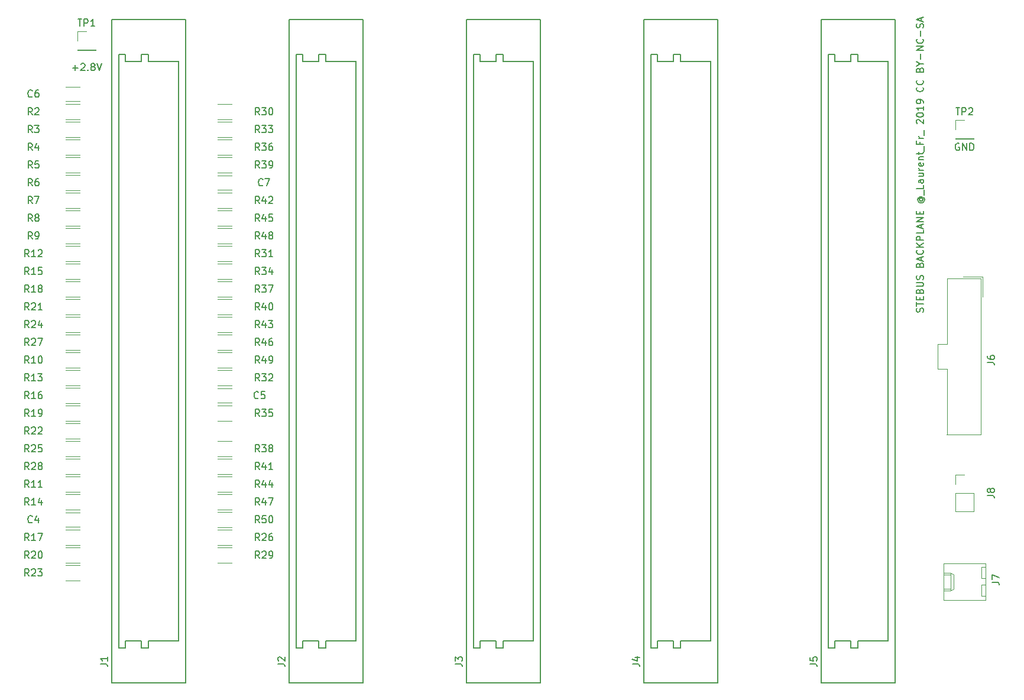
<source format=gbr>
G04 #@! TF.GenerationSoftware,KiCad,Pcbnew,(5.1.4)-1*
G04 #@! TF.CreationDate,2019-10-27T15:44:07+01:00*
G04 #@! TF.ProjectId,stebus,73746562-7573-42e6-9b69-6361645f7063,rev?*
G04 #@! TF.SameCoordinates,Original*
G04 #@! TF.FileFunction,Legend,Top*
G04 #@! TF.FilePolarity,Positive*
%FSLAX46Y46*%
G04 Gerber Fmt 4.6, Leading zero omitted, Abs format (unit mm)*
G04 Created by KiCad (PCBNEW (5.1.4)-1) date 2019-10-27 15:44:07*
%MOMM*%
%LPD*%
G04 APERTURE LIST*
%ADD10C,0.150000*%
%ADD11C,0.120000*%
G04 APERTURE END LIST*
D10*
X194714761Y-94731428D02*
X194762380Y-94588571D01*
X194762380Y-94350476D01*
X194714761Y-94255238D01*
X194667142Y-94207619D01*
X194571904Y-94160000D01*
X194476666Y-94160000D01*
X194381428Y-94207619D01*
X194333809Y-94255238D01*
X194286190Y-94350476D01*
X194238571Y-94540952D01*
X194190952Y-94636190D01*
X194143333Y-94683809D01*
X194048095Y-94731428D01*
X193952857Y-94731428D01*
X193857619Y-94683809D01*
X193810000Y-94636190D01*
X193762380Y-94540952D01*
X193762380Y-94302857D01*
X193810000Y-94160000D01*
X193762380Y-93874285D02*
X193762380Y-93302857D01*
X194762380Y-93588571D02*
X193762380Y-93588571D01*
X194238571Y-92969523D02*
X194238571Y-92636190D01*
X194762380Y-92493333D02*
X194762380Y-92969523D01*
X193762380Y-92969523D01*
X193762380Y-92493333D01*
X194238571Y-91731428D02*
X194286190Y-91588571D01*
X194333809Y-91540952D01*
X194429047Y-91493333D01*
X194571904Y-91493333D01*
X194667142Y-91540952D01*
X194714761Y-91588571D01*
X194762380Y-91683809D01*
X194762380Y-92064761D01*
X193762380Y-92064761D01*
X193762380Y-91731428D01*
X193810000Y-91636190D01*
X193857619Y-91588571D01*
X193952857Y-91540952D01*
X194048095Y-91540952D01*
X194143333Y-91588571D01*
X194190952Y-91636190D01*
X194238571Y-91731428D01*
X194238571Y-92064761D01*
X193762380Y-91064761D02*
X194571904Y-91064761D01*
X194667142Y-91017142D01*
X194714761Y-90969523D01*
X194762380Y-90874285D01*
X194762380Y-90683809D01*
X194714761Y-90588571D01*
X194667142Y-90540952D01*
X194571904Y-90493333D01*
X193762380Y-90493333D01*
X194714761Y-90064761D02*
X194762380Y-89921904D01*
X194762380Y-89683809D01*
X194714761Y-89588571D01*
X194667142Y-89540952D01*
X194571904Y-89493333D01*
X194476666Y-89493333D01*
X194381428Y-89540952D01*
X194333809Y-89588571D01*
X194286190Y-89683809D01*
X194238571Y-89874285D01*
X194190952Y-89969523D01*
X194143333Y-90017142D01*
X194048095Y-90064761D01*
X193952857Y-90064761D01*
X193857619Y-90017142D01*
X193810000Y-89969523D01*
X193762380Y-89874285D01*
X193762380Y-89636190D01*
X193810000Y-89493333D01*
X194238571Y-87969523D02*
X194286190Y-87826666D01*
X194333809Y-87779047D01*
X194429047Y-87731428D01*
X194571904Y-87731428D01*
X194667142Y-87779047D01*
X194714761Y-87826666D01*
X194762380Y-87921904D01*
X194762380Y-88302857D01*
X193762380Y-88302857D01*
X193762380Y-87969523D01*
X193810000Y-87874285D01*
X193857619Y-87826666D01*
X193952857Y-87779047D01*
X194048095Y-87779047D01*
X194143333Y-87826666D01*
X194190952Y-87874285D01*
X194238571Y-87969523D01*
X194238571Y-88302857D01*
X194476666Y-87350476D02*
X194476666Y-86874285D01*
X194762380Y-87445714D02*
X193762380Y-87112380D01*
X194762380Y-86779047D01*
X194667142Y-85874285D02*
X194714761Y-85921904D01*
X194762380Y-86064761D01*
X194762380Y-86160000D01*
X194714761Y-86302857D01*
X194619523Y-86398095D01*
X194524285Y-86445714D01*
X194333809Y-86493333D01*
X194190952Y-86493333D01*
X194000476Y-86445714D01*
X193905238Y-86398095D01*
X193810000Y-86302857D01*
X193762380Y-86160000D01*
X193762380Y-86064761D01*
X193810000Y-85921904D01*
X193857619Y-85874285D01*
X194762380Y-85445714D02*
X193762380Y-85445714D01*
X194762380Y-84874285D02*
X194190952Y-85302857D01*
X193762380Y-84874285D02*
X194333809Y-85445714D01*
X194762380Y-84445714D02*
X193762380Y-84445714D01*
X193762380Y-84064761D01*
X193810000Y-83969523D01*
X193857619Y-83921904D01*
X193952857Y-83874285D01*
X194095714Y-83874285D01*
X194190952Y-83921904D01*
X194238571Y-83969523D01*
X194286190Y-84064761D01*
X194286190Y-84445714D01*
X194762380Y-82969523D02*
X194762380Y-83445714D01*
X193762380Y-83445714D01*
X194476666Y-82683809D02*
X194476666Y-82207619D01*
X194762380Y-82779047D02*
X193762380Y-82445714D01*
X194762380Y-82112380D01*
X194762380Y-81779047D02*
X193762380Y-81779047D01*
X194762380Y-81207619D01*
X193762380Y-81207619D01*
X194238571Y-80731428D02*
X194238571Y-80398095D01*
X194762380Y-80255238D02*
X194762380Y-80731428D01*
X193762380Y-80731428D01*
X193762380Y-80255238D01*
X194286190Y-78445714D02*
X194238571Y-78493333D01*
X194190952Y-78588571D01*
X194190952Y-78683809D01*
X194238571Y-78779047D01*
X194286190Y-78826666D01*
X194381428Y-78874285D01*
X194476666Y-78874285D01*
X194571904Y-78826666D01*
X194619523Y-78779047D01*
X194667142Y-78683809D01*
X194667142Y-78588571D01*
X194619523Y-78493333D01*
X194571904Y-78445714D01*
X194190952Y-78445714D02*
X194571904Y-78445714D01*
X194619523Y-78398095D01*
X194619523Y-78350476D01*
X194571904Y-78255238D01*
X194476666Y-78207619D01*
X194238571Y-78207619D01*
X194095714Y-78302857D01*
X194000476Y-78445714D01*
X193952857Y-78636190D01*
X194000476Y-78826666D01*
X194095714Y-78969523D01*
X194238571Y-79064761D01*
X194429047Y-79112380D01*
X194619523Y-79064761D01*
X194762380Y-78969523D01*
X194857619Y-78826666D01*
X194905238Y-78636190D01*
X194857619Y-78445714D01*
X194762380Y-78302857D01*
X194857619Y-78017142D02*
X194857619Y-77255238D01*
X194762380Y-76540952D02*
X194762380Y-77017142D01*
X193762380Y-77017142D01*
X194762380Y-75779047D02*
X194238571Y-75779047D01*
X194143333Y-75826666D01*
X194095714Y-75921904D01*
X194095714Y-76112380D01*
X194143333Y-76207619D01*
X194714761Y-75779047D02*
X194762380Y-75874285D01*
X194762380Y-76112380D01*
X194714761Y-76207619D01*
X194619523Y-76255238D01*
X194524285Y-76255238D01*
X194429047Y-76207619D01*
X194381428Y-76112380D01*
X194381428Y-75874285D01*
X194333809Y-75779047D01*
X194095714Y-74874285D02*
X194762380Y-74874285D01*
X194095714Y-75302857D02*
X194619523Y-75302857D01*
X194714761Y-75255238D01*
X194762380Y-75160000D01*
X194762380Y-75017142D01*
X194714761Y-74921904D01*
X194667142Y-74874285D01*
X194762380Y-74398095D02*
X194095714Y-74398095D01*
X194286190Y-74398095D02*
X194190952Y-74350476D01*
X194143333Y-74302857D01*
X194095714Y-74207619D01*
X194095714Y-74112380D01*
X194714761Y-73398095D02*
X194762380Y-73493333D01*
X194762380Y-73683809D01*
X194714761Y-73779047D01*
X194619523Y-73826666D01*
X194238571Y-73826666D01*
X194143333Y-73779047D01*
X194095714Y-73683809D01*
X194095714Y-73493333D01*
X194143333Y-73398095D01*
X194238571Y-73350476D01*
X194333809Y-73350476D01*
X194429047Y-73826666D01*
X194095714Y-72921904D02*
X194762380Y-72921904D01*
X194190952Y-72921904D02*
X194143333Y-72874285D01*
X194095714Y-72779047D01*
X194095714Y-72636190D01*
X194143333Y-72540952D01*
X194238571Y-72493333D01*
X194762380Y-72493333D01*
X194095714Y-72160000D02*
X194095714Y-71779047D01*
X193762380Y-72017142D02*
X194619523Y-72017142D01*
X194714761Y-71969523D01*
X194762380Y-71874285D01*
X194762380Y-71779047D01*
X194857619Y-71683809D02*
X194857619Y-70921904D01*
X194238571Y-70350476D02*
X194238571Y-70683809D01*
X194762380Y-70683809D02*
X193762380Y-70683809D01*
X193762380Y-70207619D01*
X194762380Y-69826666D02*
X194095714Y-69826666D01*
X194286190Y-69826666D02*
X194190952Y-69779047D01*
X194143333Y-69731428D01*
X194095714Y-69636190D01*
X194095714Y-69540952D01*
X194857619Y-69445714D02*
X194857619Y-68683809D01*
X193857619Y-67731428D02*
X193810000Y-67683809D01*
X193762380Y-67588571D01*
X193762380Y-67350476D01*
X193810000Y-67255238D01*
X193857619Y-67207619D01*
X193952857Y-67160000D01*
X194048095Y-67160000D01*
X194190952Y-67207619D01*
X194762380Y-67779047D01*
X194762380Y-67160000D01*
X193762380Y-66540952D02*
X193762380Y-66445714D01*
X193810000Y-66350476D01*
X193857619Y-66302857D01*
X193952857Y-66255238D01*
X194143333Y-66207619D01*
X194381428Y-66207619D01*
X194571904Y-66255238D01*
X194667142Y-66302857D01*
X194714761Y-66350476D01*
X194762380Y-66445714D01*
X194762380Y-66540952D01*
X194714761Y-66636190D01*
X194667142Y-66683809D01*
X194571904Y-66731428D01*
X194381428Y-66779047D01*
X194143333Y-66779047D01*
X193952857Y-66731428D01*
X193857619Y-66683809D01*
X193810000Y-66636190D01*
X193762380Y-66540952D01*
X194762380Y-65255238D02*
X194762380Y-65826666D01*
X194762380Y-65540952D02*
X193762380Y-65540952D01*
X193905238Y-65636190D01*
X194000476Y-65731428D01*
X194048095Y-65826666D01*
X194762380Y-64779047D02*
X194762380Y-64588571D01*
X194714761Y-64493333D01*
X194667142Y-64445714D01*
X194524285Y-64350476D01*
X194333809Y-64302857D01*
X193952857Y-64302857D01*
X193857619Y-64350476D01*
X193810000Y-64398095D01*
X193762380Y-64493333D01*
X193762380Y-64683809D01*
X193810000Y-64779047D01*
X193857619Y-64826666D01*
X193952857Y-64874285D01*
X194190952Y-64874285D01*
X194286190Y-64826666D01*
X194333809Y-64779047D01*
X194381428Y-64683809D01*
X194381428Y-64493333D01*
X194333809Y-64398095D01*
X194286190Y-64350476D01*
X194190952Y-64302857D01*
X194667142Y-62540952D02*
X194714761Y-62588571D01*
X194762380Y-62731428D01*
X194762380Y-62826666D01*
X194714761Y-62969523D01*
X194619523Y-63064761D01*
X194524285Y-63112380D01*
X194333809Y-63160000D01*
X194190952Y-63160000D01*
X194000476Y-63112380D01*
X193905238Y-63064761D01*
X193810000Y-62969523D01*
X193762380Y-62826666D01*
X193762380Y-62731428D01*
X193810000Y-62588571D01*
X193857619Y-62540952D01*
X194667142Y-61540952D02*
X194714761Y-61588571D01*
X194762380Y-61731428D01*
X194762380Y-61826666D01*
X194714761Y-61969523D01*
X194619523Y-62064761D01*
X194524285Y-62112380D01*
X194333809Y-62160000D01*
X194190952Y-62160000D01*
X194000476Y-62112380D01*
X193905238Y-62064761D01*
X193810000Y-61969523D01*
X193762380Y-61826666D01*
X193762380Y-61731428D01*
X193810000Y-61588571D01*
X193857619Y-61540952D01*
X194238571Y-60017142D02*
X194286190Y-59874285D01*
X194333809Y-59826666D01*
X194429047Y-59779047D01*
X194571904Y-59779047D01*
X194667142Y-59826666D01*
X194714761Y-59874285D01*
X194762380Y-59969523D01*
X194762380Y-60350476D01*
X193762380Y-60350476D01*
X193762380Y-60017142D01*
X193810000Y-59921904D01*
X193857619Y-59874285D01*
X193952857Y-59826666D01*
X194048095Y-59826666D01*
X194143333Y-59874285D01*
X194190952Y-59921904D01*
X194238571Y-60017142D01*
X194238571Y-60350476D01*
X194286190Y-59160000D02*
X194762380Y-59160000D01*
X193762380Y-59493333D02*
X194286190Y-59160000D01*
X193762380Y-58826666D01*
X194381428Y-58493333D02*
X194381428Y-57731428D01*
X194762380Y-57255238D02*
X193762380Y-57255238D01*
X194762380Y-56683809D01*
X193762380Y-56683809D01*
X194667142Y-55636190D02*
X194714761Y-55683809D01*
X194762380Y-55826666D01*
X194762380Y-55921904D01*
X194714761Y-56064761D01*
X194619523Y-56160000D01*
X194524285Y-56207619D01*
X194333809Y-56255238D01*
X194190952Y-56255238D01*
X194000476Y-56207619D01*
X193905238Y-56160000D01*
X193810000Y-56064761D01*
X193762380Y-55921904D01*
X193762380Y-55826666D01*
X193810000Y-55683809D01*
X193857619Y-55636190D01*
X194381428Y-55207619D02*
X194381428Y-54445714D01*
X194714761Y-54017142D02*
X194762380Y-53874285D01*
X194762380Y-53636190D01*
X194714761Y-53540952D01*
X194667142Y-53493333D01*
X194571904Y-53445714D01*
X194476666Y-53445714D01*
X194381428Y-53493333D01*
X194333809Y-53540952D01*
X194286190Y-53636190D01*
X194238571Y-53826666D01*
X194190952Y-53921904D01*
X194143333Y-53969523D01*
X194048095Y-54017142D01*
X193952857Y-54017142D01*
X193857619Y-53969523D01*
X193810000Y-53921904D01*
X193762380Y-53826666D01*
X193762380Y-53588571D01*
X193810000Y-53445714D01*
X194476666Y-53064761D02*
X194476666Y-52588571D01*
X194762380Y-53160000D02*
X193762380Y-52826666D01*
X194762380Y-52493333D01*
X72930000Y-59761428D02*
X73691904Y-59761428D01*
X73310952Y-60142380D02*
X73310952Y-59380476D01*
X74120476Y-59237619D02*
X74168095Y-59190000D01*
X74263333Y-59142380D01*
X74501428Y-59142380D01*
X74596666Y-59190000D01*
X74644285Y-59237619D01*
X74691904Y-59332857D01*
X74691904Y-59428095D01*
X74644285Y-59570952D01*
X74072857Y-60142380D01*
X74691904Y-60142380D01*
X75120476Y-60047142D02*
X75168095Y-60094761D01*
X75120476Y-60142380D01*
X75072857Y-60094761D01*
X75120476Y-60047142D01*
X75120476Y-60142380D01*
X75739523Y-59570952D02*
X75644285Y-59523333D01*
X75596666Y-59475714D01*
X75549047Y-59380476D01*
X75549047Y-59332857D01*
X75596666Y-59237619D01*
X75644285Y-59190000D01*
X75739523Y-59142380D01*
X75930000Y-59142380D01*
X76025238Y-59190000D01*
X76072857Y-59237619D01*
X76120476Y-59332857D01*
X76120476Y-59380476D01*
X76072857Y-59475714D01*
X76025238Y-59523333D01*
X75930000Y-59570952D01*
X75739523Y-59570952D01*
X75644285Y-59618571D01*
X75596666Y-59666190D01*
X75549047Y-59761428D01*
X75549047Y-59951904D01*
X75596666Y-60047142D01*
X75644285Y-60094761D01*
X75739523Y-60142380D01*
X75930000Y-60142380D01*
X76025238Y-60094761D01*
X76072857Y-60047142D01*
X76120476Y-59951904D01*
X76120476Y-59761428D01*
X76072857Y-59666190D01*
X76025238Y-59618571D01*
X75930000Y-59570952D01*
X76406190Y-59142380D02*
X76739523Y-60142380D01*
X77072857Y-59142380D01*
X199898095Y-70620000D02*
X199802857Y-70572380D01*
X199660000Y-70572380D01*
X199517142Y-70620000D01*
X199421904Y-70715238D01*
X199374285Y-70810476D01*
X199326666Y-71000952D01*
X199326666Y-71143809D01*
X199374285Y-71334285D01*
X199421904Y-71429523D01*
X199517142Y-71524761D01*
X199660000Y-71572380D01*
X199755238Y-71572380D01*
X199898095Y-71524761D01*
X199945714Y-71477142D01*
X199945714Y-71143809D01*
X199755238Y-71143809D01*
X200374285Y-71572380D02*
X200374285Y-70572380D01*
X200945714Y-71572380D01*
X200945714Y-70572380D01*
X201421904Y-71572380D02*
X201421904Y-70572380D01*
X201660000Y-70572380D01*
X201802857Y-70620000D01*
X201898095Y-70715238D01*
X201945714Y-70810476D01*
X201993333Y-71000952D01*
X201993333Y-71143809D01*
X201945714Y-71334285D01*
X201898095Y-71429523D01*
X201802857Y-71524761D01*
X201660000Y-71572380D01*
X201421904Y-71572380D01*
D11*
X71930000Y-64970000D02*
X73930000Y-64970000D01*
X73930000Y-67110000D02*
X71930000Y-67110000D01*
X73930000Y-69650000D02*
X71930000Y-69650000D01*
X71930000Y-67510000D02*
X73930000Y-67510000D01*
X71930000Y-70050000D02*
X73930000Y-70050000D01*
X73930000Y-72190000D02*
X71930000Y-72190000D01*
X73930000Y-74730000D02*
X71930000Y-74730000D01*
X71930000Y-72590000D02*
X73930000Y-72590000D01*
X71930000Y-75130000D02*
X73930000Y-75130000D01*
X73930000Y-77270000D02*
X71930000Y-77270000D01*
X73930000Y-79810000D02*
X71930000Y-79810000D01*
X71930000Y-77670000D02*
X73930000Y-77670000D01*
X71930000Y-80210000D02*
X73930000Y-80210000D01*
X73930000Y-82350000D02*
X71930000Y-82350000D01*
X71930000Y-82750000D02*
X73930000Y-82750000D01*
X73930000Y-84890000D02*
X71930000Y-84890000D01*
X73930000Y-102670000D02*
X71930000Y-102670000D01*
X71930000Y-100530000D02*
X73930000Y-100530000D01*
X73930000Y-120450000D02*
X71930000Y-120450000D01*
X71930000Y-118310000D02*
X73930000Y-118310000D01*
X73930000Y-87430000D02*
X71930000Y-87430000D01*
X71930000Y-85290000D02*
X73930000Y-85290000D01*
X71930000Y-103070000D02*
X73930000Y-103070000D01*
X73930000Y-105210000D02*
X71930000Y-105210000D01*
X71930000Y-120850000D02*
X73930000Y-120850000D01*
X73930000Y-122990000D02*
X71930000Y-122990000D01*
X71930000Y-87830000D02*
X73930000Y-87830000D01*
X73930000Y-89970000D02*
X71930000Y-89970000D01*
X73930000Y-107750000D02*
X71930000Y-107750000D01*
X71930000Y-105610000D02*
X73930000Y-105610000D01*
X73930000Y-128070000D02*
X71930000Y-128070000D01*
X71930000Y-125930000D02*
X73930000Y-125930000D01*
X73930000Y-92510000D02*
X71930000Y-92510000D01*
X71930000Y-90370000D02*
X73930000Y-90370000D01*
X71930000Y-108150000D02*
X73930000Y-108150000D01*
X73930000Y-110290000D02*
X71930000Y-110290000D01*
X71930000Y-128470000D02*
X73930000Y-128470000D01*
X73930000Y-130610000D02*
X71930000Y-130610000D01*
X71930000Y-92910000D02*
X73930000Y-92910000D01*
X73930000Y-95050000D02*
X71930000Y-95050000D01*
X73930000Y-112830000D02*
X71930000Y-112830000D01*
X71930000Y-110690000D02*
X73930000Y-110690000D01*
X73930000Y-133150000D02*
X71930000Y-133150000D01*
X71930000Y-131010000D02*
X73930000Y-131010000D01*
X73930000Y-97590000D02*
X71930000Y-97590000D01*
X71930000Y-95450000D02*
X73930000Y-95450000D01*
X71930000Y-113230000D02*
X73930000Y-113230000D01*
X73930000Y-115370000D02*
X71930000Y-115370000D01*
X95710000Y-128070000D02*
X93710000Y-128070000D01*
X93710000Y-125930000D02*
X95710000Y-125930000D01*
X73930000Y-100130000D02*
X71930000Y-100130000D01*
X71930000Y-97990000D02*
X73930000Y-97990000D01*
X71930000Y-115770000D02*
X73930000Y-115770000D01*
X73930000Y-117910000D02*
X71930000Y-117910000D01*
X93710000Y-128470000D02*
X95710000Y-128470000D01*
X95710000Y-130610000D02*
X93710000Y-130610000D01*
X95710000Y-67110000D02*
X93710000Y-67110000D01*
X93710000Y-64970000D02*
X95710000Y-64970000D01*
X95710000Y-87430000D02*
X93710000Y-87430000D01*
X93710000Y-85290000D02*
X95710000Y-85290000D01*
X95710000Y-105210000D02*
X93710000Y-105210000D01*
X93710000Y-103070000D02*
X95710000Y-103070000D01*
X93710000Y-67510000D02*
X95710000Y-67510000D01*
X95710000Y-69650000D02*
X93710000Y-69650000D01*
X93710000Y-87830000D02*
X95710000Y-87830000D01*
X95710000Y-89970000D02*
X93710000Y-89970000D01*
X93710000Y-108150000D02*
X95710000Y-108150000D01*
X95710000Y-110290000D02*
X93710000Y-110290000D01*
X95710000Y-72190000D02*
X93710000Y-72190000D01*
X93710000Y-70050000D02*
X95710000Y-70050000D01*
X95710000Y-92510000D02*
X93710000Y-92510000D01*
X93710000Y-90370000D02*
X95710000Y-90370000D01*
X95710000Y-115370000D02*
X93710000Y-115370000D01*
X93710000Y-113230000D02*
X95710000Y-113230000D01*
X93710000Y-72590000D02*
X95710000Y-72590000D01*
X95710000Y-74730000D02*
X93710000Y-74730000D01*
X93710000Y-92910000D02*
X95710000Y-92910000D01*
X95710000Y-95050000D02*
X93710000Y-95050000D01*
X93710000Y-115770000D02*
X95710000Y-115770000D01*
X95710000Y-117910000D02*
X93710000Y-117910000D01*
X93710000Y-77670000D02*
X95710000Y-77670000D01*
X95710000Y-79810000D02*
X93710000Y-79810000D01*
X95710000Y-97590000D02*
X93710000Y-97590000D01*
X93710000Y-95450000D02*
X95710000Y-95450000D01*
X95710000Y-120450000D02*
X93710000Y-120450000D01*
X93710000Y-118310000D02*
X95710000Y-118310000D01*
X95710000Y-82350000D02*
X93710000Y-82350000D01*
X93710000Y-80210000D02*
X95710000Y-80210000D01*
X93710000Y-97990000D02*
X95710000Y-97990000D01*
X95710000Y-100130000D02*
X93710000Y-100130000D01*
X93710000Y-120850000D02*
X95710000Y-120850000D01*
X95710000Y-122990000D02*
X93710000Y-122990000D01*
X93710000Y-82750000D02*
X95710000Y-82750000D01*
X95710000Y-84890000D02*
X93710000Y-84890000D01*
X95710000Y-102670000D02*
X93710000Y-102670000D01*
X93710000Y-100530000D02*
X95710000Y-100530000D01*
X95710000Y-125530000D02*
X93710000Y-125530000D01*
X93710000Y-123390000D02*
X95710000Y-123390000D01*
X71930000Y-125480000D02*
X73930000Y-125480000D01*
X73930000Y-123440000D02*
X71930000Y-123440000D01*
X93710000Y-107700000D02*
X95710000Y-107700000D01*
X95710000Y-105660000D02*
X93710000Y-105660000D01*
X71930000Y-64520000D02*
X73930000Y-64520000D01*
X73930000Y-62480000D02*
X71930000Y-62480000D01*
X93710000Y-77220000D02*
X95710000Y-77220000D01*
X95710000Y-75180000D02*
X93710000Y-75180000D01*
X203010000Y-101110000D02*
X203010000Y-89910000D01*
X203010000Y-89910000D02*
X198190000Y-89910000D01*
X198190000Y-89910000D02*
X198190000Y-99310000D01*
X198190000Y-99310000D02*
X196790000Y-99310000D01*
X196790000Y-99310000D02*
X196790000Y-101110000D01*
X203010000Y-101110000D02*
X203010000Y-112310000D01*
X203010000Y-112310000D02*
X198120000Y-112310000D01*
X198190000Y-112310000D02*
X198190000Y-102910000D01*
X198190000Y-102910000D02*
X196790000Y-102910000D01*
X196790000Y-102910000D02*
X196790000Y-101110000D01*
X203260000Y-92510000D02*
X203260000Y-89660000D01*
X203260000Y-89660000D02*
X200410000Y-89660000D01*
X203060000Y-135420000D02*
X203680000Y-135420000D01*
X203060000Y-133820000D02*
X203060000Y-135420000D01*
X203680000Y-133820000D02*
X203060000Y-133820000D01*
X203060000Y-132880000D02*
X203680000Y-132880000D01*
X203060000Y-131280000D02*
X203060000Y-132880000D01*
X203680000Y-131280000D02*
X203060000Y-131280000D01*
X197680000Y-134370000D02*
X198680000Y-134370000D01*
X197680000Y-132330000D02*
X198680000Y-132330000D01*
X199110000Y-134370000D02*
X198680000Y-134620000D01*
X199110000Y-132330000D02*
X199110000Y-134370000D01*
X198680000Y-132080000D02*
X199110000Y-132330000D01*
X198680000Y-134620000D02*
X197680000Y-134620000D01*
X198680000Y-132080000D02*
X198680000Y-134620000D01*
X197680000Y-132080000D02*
X198680000Y-132080000D01*
X203680000Y-135990000D02*
X203680000Y-130710000D01*
X197680000Y-135990000D02*
X203680000Y-135990000D01*
X197680000Y-130710000D02*
X197680000Y-135990000D01*
X203680000Y-130710000D02*
X197680000Y-130710000D01*
X199330000Y-118050000D02*
X200660000Y-118050000D01*
X199330000Y-119380000D02*
X199330000Y-118050000D01*
X199330000Y-120650000D02*
X201990000Y-120650000D01*
X201990000Y-120650000D02*
X201990000Y-123250000D01*
X199330000Y-120650000D02*
X199330000Y-123250000D01*
X199330000Y-123250000D02*
X201990000Y-123250000D01*
X73600000Y-54550000D02*
X74930000Y-54550000D01*
X73600000Y-55880000D02*
X73600000Y-54550000D01*
X73600000Y-57150000D02*
X76260000Y-57150000D01*
X76260000Y-57150000D02*
X76260000Y-57210000D01*
X73600000Y-57150000D02*
X73600000Y-57210000D01*
X73600000Y-57210000D02*
X76260000Y-57210000D01*
X199330000Y-69910000D02*
X201990000Y-69910000D01*
X199330000Y-69850000D02*
X199330000Y-69910000D01*
X201990000Y-69850000D02*
X201990000Y-69910000D01*
X199330000Y-69850000D02*
X201990000Y-69850000D01*
X199330000Y-68580000D02*
X199330000Y-67250000D01*
X199330000Y-67250000D02*
X200660000Y-67250000D01*
D10*
X78511400Y-52832000D02*
X78511400Y-147828000D01*
X78511400Y-147828000D02*
X89128600Y-147828000D01*
X89128600Y-147828000D02*
X89128600Y-52832000D01*
X89128600Y-52832000D02*
X78511400Y-52832000D01*
X88087200Y-141833600D02*
X88087200Y-58775600D01*
X88087200Y-141833600D02*
X83820000Y-141833600D01*
X83820000Y-141833600D02*
X83820000Y-142849600D01*
X83820000Y-142849600D02*
X82804000Y-142849600D01*
X82804000Y-142849600D02*
X82804000Y-141833600D01*
X82804000Y-141833600D02*
X80518000Y-141833600D01*
X80518000Y-141833600D02*
X80518000Y-142849600D01*
X80518000Y-142849600D02*
X79552800Y-142849600D01*
X88087200Y-58826400D02*
X83820000Y-58826400D01*
X83820000Y-58826400D02*
X83820000Y-57810400D01*
X83820000Y-57810400D02*
X82804000Y-57810400D01*
X82804000Y-57810400D02*
X82804000Y-58826400D01*
X82804000Y-58826400D02*
X80518000Y-58826400D01*
X80518000Y-58826400D02*
X80518000Y-57810400D01*
X80518000Y-57810400D02*
X79552800Y-57810400D01*
X79552800Y-57810400D02*
X79552800Y-142849600D01*
X104952800Y-57810400D02*
X104952800Y-142849600D01*
X105918000Y-57810400D02*
X104952800Y-57810400D01*
X105918000Y-58826400D02*
X105918000Y-57810400D01*
X108204000Y-58826400D02*
X105918000Y-58826400D01*
X108204000Y-57810400D02*
X108204000Y-58826400D01*
X109220000Y-57810400D02*
X108204000Y-57810400D01*
X109220000Y-58826400D02*
X109220000Y-57810400D01*
X113487200Y-58826400D02*
X109220000Y-58826400D01*
X105918000Y-142849600D02*
X104952800Y-142849600D01*
X105918000Y-141833600D02*
X105918000Y-142849600D01*
X108204000Y-141833600D02*
X105918000Y-141833600D01*
X108204000Y-142849600D02*
X108204000Y-141833600D01*
X109220000Y-142849600D02*
X108204000Y-142849600D01*
X109220000Y-141833600D02*
X109220000Y-142849600D01*
X113487200Y-141833600D02*
X109220000Y-141833600D01*
X113487200Y-141833600D02*
X113487200Y-58775600D01*
X114528600Y-52832000D02*
X103911400Y-52832000D01*
X114528600Y-147828000D02*
X114528600Y-52832000D01*
X103911400Y-147828000D02*
X114528600Y-147828000D01*
X103911400Y-52832000D02*
X103911400Y-147828000D01*
X130352800Y-57810400D02*
X130352800Y-142849600D01*
X131318000Y-57810400D02*
X130352800Y-57810400D01*
X131318000Y-58826400D02*
X131318000Y-57810400D01*
X133604000Y-58826400D02*
X131318000Y-58826400D01*
X133604000Y-57810400D02*
X133604000Y-58826400D01*
X134620000Y-57810400D02*
X133604000Y-57810400D01*
X134620000Y-58826400D02*
X134620000Y-57810400D01*
X138887200Y-58826400D02*
X134620000Y-58826400D01*
X131318000Y-142849600D02*
X130352800Y-142849600D01*
X131318000Y-141833600D02*
X131318000Y-142849600D01*
X133604000Y-141833600D02*
X131318000Y-141833600D01*
X133604000Y-142849600D02*
X133604000Y-141833600D01*
X134620000Y-142849600D02*
X133604000Y-142849600D01*
X134620000Y-141833600D02*
X134620000Y-142849600D01*
X138887200Y-141833600D02*
X134620000Y-141833600D01*
X138887200Y-141833600D02*
X138887200Y-58775600D01*
X139928600Y-52832000D02*
X129311400Y-52832000D01*
X139928600Y-147828000D02*
X139928600Y-52832000D01*
X129311400Y-147828000D02*
X139928600Y-147828000D01*
X129311400Y-52832000D02*
X129311400Y-147828000D01*
X154711400Y-52832000D02*
X154711400Y-147828000D01*
X154711400Y-147828000D02*
X165328600Y-147828000D01*
X165328600Y-147828000D02*
X165328600Y-52832000D01*
X165328600Y-52832000D02*
X154711400Y-52832000D01*
X164287200Y-141833600D02*
X164287200Y-58775600D01*
X164287200Y-141833600D02*
X160020000Y-141833600D01*
X160020000Y-141833600D02*
X160020000Y-142849600D01*
X160020000Y-142849600D02*
X159004000Y-142849600D01*
X159004000Y-142849600D02*
X159004000Y-141833600D01*
X159004000Y-141833600D02*
X156718000Y-141833600D01*
X156718000Y-141833600D02*
X156718000Y-142849600D01*
X156718000Y-142849600D02*
X155752800Y-142849600D01*
X164287200Y-58826400D02*
X160020000Y-58826400D01*
X160020000Y-58826400D02*
X160020000Y-57810400D01*
X160020000Y-57810400D02*
X159004000Y-57810400D01*
X159004000Y-57810400D02*
X159004000Y-58826400D01*
X159004000Y-58826400D02*
X156718000Y-58826400D01*
X156718000Y-58826400D02*
X156718000Y-57810400D01*
X156718000Y-57810400D02*
X155752800Y-57810400D01*
X155752800Y-57810400D02*
X155752800Y-142849600D01*
X181152800Y-57810400D02*
X181152800Y-142849600D01*
X182118000Y-57810400D02*
X181152800Y-57810400D01*
X182118000Y-58826400D02*
X182118000Y-57810400D01*
X184404000Y-58826400D02*
X182118000Y-58826400D01*
X184404000Y-57810400D02*
X184404000Y-58826400D01*
X185420000Y-57810400D02*
X184404000Y-57810400D01*
X185420000Y-58826400D02*
X185420000Y-57810400D01*
X189687200Y-58826400D02*
X185420000Y-58826400D01*
X182118000Y-142849600D02*
X181152800Y-142849600D01*
X182118000Y-141833600D02*
X182118000Y-142849600D01*
X184404000Y-141833600D02*
X182118000Y-141833600D01*
X184404000Y-142849600D02*
X184404000Y-141833600D01*
X185420000Y-142849600D02*
X184404000Y-142849600D01*
X185420000Y-141833600D02*
X185420000Y-142849600D01*
X189687200Y-141833600D02*
X185420000Y-141833600D01*
X189687200Y-141833600D02*
X189687200Y-58775600D01*
X190728600Y-52832000D02*
X180111400Y-52832000D01*
X190728600Y-147828000D02*
X190728600Y-52832000D01*
X180111400Y-147828000D02*
X190728600Y-147828000D01*
X180111400Y-52832000D02*
X180111400Y-147828000D01*
X67143333Y-66492380D02*
X66810000Y-66016190D01*
X66571904Y-66492380D02*
X66571904Y-65492380D01*
X66952857Y-65492380D01*
X67048095Y-65540000D01*
X67095714Y-65587619D01*
X67143333Y-65682857D01*
X67143333Y-65825714D01*
X67095714Y-65920952D01*
X67048095Y-65968571D01*
X66952857Y-66016190D01*
X66571904Y-66016190D01*
X67524285Y-65587619D02*
X67571904Y-65540000D01*
X67667142Y-65492380D01*
X67905238Y-65492380D01*
X68000476Y-65540000D01*
X68048095Y-65587619D01*
X68095714Y-65682857D01*
X68095714Y-65778095D01*
X68048095Y-65920952D01*
X67476666Y-66492380D01*
X68095714Y-66492380D01*
X67143333Y-69032380D02*
X66810000Y-68556190D01*
X66571904Y-69032380D02*
X66571904Y-68032380D01*
X66952857Y-68032380D01*
X67048095Y-68080000D01*
X67095714Y-68127619D01*
X67143333Y-68222857D01*
X67143333Y-68365714D01*
X67095714Y-68460952D01*
X67048095Y-68508571D01*
X66952857Y-68556190D01*
X66571904Y-68556190D01*
X67476666Y-68032380D02*
X68095714Y-68032380D01*
X67762380Y-68413333D01*
X67905238Y-68413333D01*
X68000476Y-68460952D01*
X68048095Y-68508571D01*
X68095714Y-68603809D01*
X68095714Y-68841904D01*
X68048095Y-68937142D01*
X68000476Y-68984761D01*
X67905238Y-69032380D01*
X67619523Y-69032380D01*
X67524285Y-68984761D01*
X67476666Y-68937142D01*
X67143333Y-71572380D02*
X66810000Y-71096190D01*
X66571904Y-71572380D02*
X66571904Y-70572380D01*
X66952857Y-70572380D01*
X67048095Y-70620000D01*
X67095714Y-70667619D01*
X67143333Y-70762857D01*
X67143333Y-70905714D01*
X67095714Y-71000952D01*
X67048095Y-71048571D01*
X66952857Y-71096190D01*
X66571904Y-71096190D01*
X68000476Y-70905714D02*
X68000476Y-71572380D01*
X67762380Y-70524761D02*
X67524285Y-71239047D01*
X68143333Y-71239047D01*
X67143333Y-74112380D02*
X66810000Y-73636190D01*
X66571904Y-74112380D02*
X66571904Y-73112380D01*
X66952857Y-73112380D01*
X67048095Y-73160000D01*
X67095714Y-73207619D01*
X67143333Y-73302857D01*
X67143333Y-73445714D01*
X67095714Y-73540952D01*
X67048095Y-73588571D01*
X66952857Y-73636190D01*
X66571904Y-73636190D01*
X68048095Y-73112380D02*
X67571904Y-73112380D01*
X67524285Y-73588571D01*
X67571904Y-73540952D01*
X67667142Y-73493333D01*
X67905238Y-73493333D01*
X68000476Y-73540952D01*
X68048095Y-73588571D01*
X68095714Y-73683809D01*
X68095714Y-73921904D01*
X68048095Y-74017142D01*
X68000476Y-74064761D01*
X67905238Y-74112380D01*
X67667142Y-74112380D01*
X67571904Y-74064761D01*
X67524285Y-74017142D01*
X67143333Y-76652380D02*
X66810000Y-76176190D01*
X66571904Y-76652380D02*
X66571904Y-75652380D01*
X66952857Y-75652380D01*
X67048095Y-75700000D01*
X67095714Y-75747619D01*
X67143333Y-75842857D01*
X67143333Y-75985714D01*
X67095714Y-76080952D01*
X67048095Y-76128571D01*
X66952857Y-76176190D01*
X66571904Y-76176190D01*
X68000476Y-75652380D02*
X67810000Y-75652380D01*
X67714761Y-75700000D01*
X67667142Y-75747619D01*
X67571904Y-75890476D01*
X67524285Y-76080952D01*
X67524285Y-76461904D01*
X67571904Y-76557142D01*
X67619523Y-76604761D01*
X67714761Y-76652380D01*
X67905238Y-76652380D01*
X68000476Y-76604761D01*
X68048095Y-76557142D01*
X68095714Y-76461904D01*
X68095714Y-76223809D01*
X68048095Y-76128571D01*
X68000476Y-76080952D01*
X67905238Y-76033333D01*
X67714761Y-76033333D01*
X67619523Y-76080952D01*
X67571904Y-76128571D01*
X67524285Y-76223809D01*
X67143333Y-79192380D02*
X66810000Y-78716190D01*
X66571904Y-79192380D02*
X66571904Y-78192380D01*
X66952857Y-78192380D01*
X67048095Y-78240000D01*
X67095714Y-78287619D01*
X67143333Y-78382857D01*
X67143333Y-78525714D01*
X67095714Y-78620952D01*
X67048095Y-78668571D01*
X66952857Y-78716190D01*
X66571904Y-78716190D01*
X67476666Y-78192380D02*
X68143333Y-78192380D01*
X67714761Y-79192380D01*
X67143333Y-81732380D02*
X66810000Y-81256190D01*
X66571904Y-81732380D02*
X66571904Y-80732380D01*
X66952857Y-80732380D01*
X67048095Y-80780000D01*
X67095714Y-80827619D01*
X67143333Y-80922857D01*
X67143333Y-81065714D01*
X67095714Y-81160952D01*
X67048095Y-81208571D01*
X66952857Y-81256190D01*
X66571904Y-81256190D01*
X67714761Y-81160952D02*
X67619523Y-81113333D01*
X67571904Y-81065714D01*
X67524285Y-80970476D01*
X67524285Y-80922857D01*
X67571904Y-80827619D01*
X67619523Y-80780000D01*
X67714761Y-80732380D01*
X67905238Y-80732380D01*
X68000476Y-80780000D01*
X68048095Y-80827619D01*
X68095714Y-80922857D01*
X68095714Y-80970476D01*
X68048095Y-81065714D01*
X68000476Y-81113333D01*
X67905238Y-81160952D01*
X67714761Y-81160952D01*
X67619523Y-81208571D01*
X67571904Y-81256190D01*
X67524285Y-81351428D01*
X67524285Y-81541904D01*
X67571904Y-81637142D01*
X67619523Y-81684761D01*
X67714761Y-81732380D01*
X67905238Y-81732380D01*
X68000476Y-81684761D01*
X68048095Y-81637142D01*
X68095714Y-81541904D01*
X68095714Y-81351428D01*
X68048095Y-81256190D01*
X68000476Y-81208571D01*
X67905238Y-81160952D01*
X67143333Y-84272380D02*
X66810000Y-83796190D01*
X66571904Y-84272380D02*
X66571904Y-83272380D01*
X66952857Y-83272380D01*
X67048095Y-83320000D01*
X67095714Y-83367619D01*
X67143333Y-83462857D01*
X67143333Y-83605714D01*
X67095714Y-83700952D01*
X67048095Y-83748571D01*
X66952857Y-83796190D01*
X66571904Y-83796190D01*
X67619523Y-84272380D02*
X67810000Y-84272380D01*
X67905238Y-84224761D01*
X67952857Y-84177142D01*
X68048095Y-84034285D01*
X68095714Y-83843809D01*
X68095714Y-83462857D01*
X68048095Y-83367619D01*
X68000476Y-83320000D01*
X67905238Y-83272380D01*
X67714761Y-83272380D01*
X67619523Y-83320000D01*
X67571904Y-83367619D01*
X67524285Y-83462857D01*
X67524285Y-83700952D01*
X67571904Y-83796190D01*
X67619523Y-83843809D01*
X67714761Y-83891428D01*
X67905238Y-83891428D01*
X68000476Y-83843809D01*
X68048095Y-83796190D01*
X68095714Y-83700952D01*
X66667142Y-102052380D02*
X66333809Y-101576190D01*
X66095714Y-102052380D02*
X66095714Y-101052380D01*
X66476666Y-101052380D01*
X66571904Y-101100000D01*
X66619523Y-101147619D01*
X66667142Y-101242857D01*
X66667142Y-101385714D01*
X66619523Y-101480952D01*
X66571904Y-101528571D01*
X66476666Y-101576190D01*
X66095714Y-101576190D01*
X67619523Y-102052380D02*
X67048095Y-102052380D01*
X67333809Y-102052380D02*
X67333809Y-101052380D01*
X67238571Y-101195238D01*
X67143333Y-101290476D01*
X67048095Y-101338095D01*
X68238571Y-101052380D02*
X68333809Y-101052380D01*
X68429047Y-101100000D01*
X68476666Y-101147619D01*
X68524285Y-101242857D01*
X68571904Y-101433333D01*
X68571904Y-101671428D01*
X68524285Y-101861904D01*
X68476666Y-101957142D01*
X68429047Y-102004761D01*
X68333809Y-102052380D01*
X68238571Y-102052380D01*
X68143333Y-102004761D01*
X68095714Y-101957142D01*
X68048095Y-101861904D01*
X68000476Y-101671428D01*
X68000476Y-101433333D01*
X68048095Y-101242857D01*
X68095714Y-101147619D01*
X68143333Y-101100000D01*
X68238571Y-101052380D01*
X66667142Y-119832380D02*
X66333809Y-119356190D01*
X66095714Y-119832380D02*
X66095714Y-118832380D01*
X66476666Y-118832380D01*
X66571904Y-118880000D01*
X66619523Y-118927619D01*
X66667142Y-119022857D01*
X66667142Y-119165714D01*
X66619523Y-119260952D01*
X66571904Y-119308571D01*
X66476666Y-119356190D01*
X66095714Y-119356190D01*
X67619523Y-119832380D02*
X67048095Y-119832380D01*
X67333809Y-119832380D02*
X67333809Y-118832380D01*
X67238571Y-118975238D01*
X67143333Y-119070476D01*
X67048095Y-119118095D01*
X68571904Y-119832380D02*
X68000476Y-119832380D01*
X68286190Y-119832380D02*
X68286190Y-118832380D01*
X68190952Y-118975238D01*
X68095714Y-119070476D01*
X68000476Y-119118095D01*
X66667142Y-86812380D02*
X66333809Y-86336190D01*
X66095714Y-86812380D02*
X66095714Y-85812380D01*
X66476666Y-85812380D01*
X66571904Y-85860000D01*
X66619523Y-85907619D01*
X66667142Y-86002857D01*
X66667142Y-86145714D01*
X66619523Y-86240952D01*
X66571904Y-86288571D01*
X66476666Y-86336190D01*
X66095714Y-86336190D01*
X67619523Y-86812380D02*
X67048095Y-86812380D01*
X67333809Y-86812380D02*
X67333809Y-85812380D01*
X67238571Y-85955238D01*
X67143333Y-86050476D01*
X67048095Y-86098095D01*
X68000476Y-85907619D02*
X68048095Y-85860000D01*
X68143333Y-85812380D01*
X68381428Y-85812380D01*
X68476666Y-85860000D01*
X68524285Y-85907619D01*
X68571904Y-86002857D01*
X68571904Y-86098095D01*
X68524285Y-86240952D01*
X67952857Y-86812380D01*
X68571904Y-86812380D01*
X66667142Y-104592380D02*
X66333809Y-104116190D01*
X66095714Y-104592380D02*
X66095714Y-103592380D01*
X66476666Y-103592380D01*
X66571904Y-103640000D01*
X66619523Y-103687619D01*
X66667142Y-103782857D01*
X66667142Y-103925714D01*
X66619523Y-104020952D01*
X66571904Y-104068571D01*
X66476666Y-104116190D01*
X66095714Y-104116190D01*
X67619523Y-104592380D02*
X67048095Y-104592380D01*
X67333809Y-104592380D02*
X67333809Y-103592380D01*
X67238571Y-103735238D01*
X67143333Y-103830476D01*
X67048095Y-103878095D01*
X67952857Y-103592380D02*
X68571904Y-103592380D01*
X68238571Y-103973333D01*
X68381428Y-103973333D01*
X68476666Y-104020952D01*
X68524285Y-104068571D01*
X68571904Y-104163809D01*
X68571904Y-104401904D01*
X68524285Y-104497142D01*
X68476666Y-104544761D01*
X68381428Y-104592380D01*
X68095714Y-104592380D01*
X68000476Y-104544761D01*
X67952857Y-104497142D01*
X66667142Y-122372380D02*
X66333809Y-121896190D01*
X66095714Y-122372380D02*
X66095714Y-121372380D01*
X66476666Y-121372380D01*
X66571904Y-121420000D01*
X66619523Y-121467619D01*
X66667142Y-121562857D01*
X66667142Y-121705714D01*
X66619523Y-121800952D01*
X66571904Y-121848571D01*
X66476666Y-121896190D01*
X66095714Y-121896190D01*
X67619523Y-122372380D02*
X67048095Y-122372380D01*
X67333809Y-122372380D02*
X67333809Y-121372380D01*
X67238571Y-121515238D01*
X67143333Y-121610476D01*
X67048095Y-121658095D01*
X68476666Y-121705714D02*
X68476666Y-122372380D01*
X68238571Y-121324761D02*
X68000476Y-122039047D01*
X68619523Y-122039047D01*
X66667142Y-89352380D02*
X66333809Y-88876190D01*
X66095714Y-89352380D02*
X66095714Y-88352380D01*
X66476666Y-88352380D01*
X66571904Y-88400000D01*
X66619523Y-88447619D01*
X66667142Y-88542857D01*
X66667142Y-88685714D01*
X66619523Y-88780952D01*
X66571904Y-88828571D01*
X66476666Y-88876190D01*
X66095714Y-88876190D01*
X67619523Y-89352380D02*
X67048095Y-89352380D01*
X67333809Y-89352380D02*
X67333809Y-88352380D01*
X67238571Y-88495238D01*
X67143333Y-88590476D01*
X67048095Y-88638095D01*
X68524285Y-88352380D02*
X68048095Y-88352380D01*
X68000476Y-88828571D01*
X68048095Y-88780952D01*
X68143333Y-88733333D01*
X68381428Y-88733333D01*
X68476666Y-88780952D01*
X68524285Y-88828571D01*
X68571904Y-88923809D01*
X68571904Y-89161904D01*
X68524285Y-89257142D01*
X68476666Y-89304761D01*
X68381428Y-89352380D01*
X68143333Y-89352380D01*
X68048095Y-89304761D01*
X68000476Y-89257142D01*
X66667142Y-107132380D02*
X66333809Y-106656190D01*
X66095714Y-107132380D02*
X66095714Y-106132380D01*
X66476666Y-106132380D01*
X66571904Y-106180000D01*
X66619523Y-106227619D01*
X66667142Y-106322857D01*
X66667142Y-106465714D01*
X66619523Y-106560952D01*
X66571904Y-106608571D01*
X66476666Y-106656190D01*
X66095714Y-106656190D01*
X67619523Y-107132380D02*
X67048095Y-107132380D01*
X67333809Y-107132380D02*
X67333809Y-106132380D01*
X67238571Y-106275238D01*
X67143333Y-106370476D01*
X67048095Y-106418095D01*
X68476666Y-106132380D02*
X68286190Y-106132380D01*
X68190952Y-106180000D01*
X68143333Y-106227619D01*
X68048095Y-106370476D01*
X68000476Y-106560952D01*
X68000476Y-106941904D01*
X68048095Y-107037142D01*
X68095714Y-107084761D01*
X68190952Y-107132380D01*
X68381428Y-107132380D01*
X68476666Y-107084761D01*
X68524285Y-107037142D01*
X68571904Y-106941904D01*
X68571904Y-106703809D01*
X68524285Y-106608571D01*
X68476666Y-106560952D01*
X68381428Y-106513333D01*
X68190952Y-106513333D01*
X68095714Y-106560952D01*
X68048095Y-106608571D01*
X68000476Y-106703809D01*
X66667142Y-127452380D02*
X66333809Y-126976190D01*
X66095714Y-127452380D02*
X66095714Y-126452380D01*
X66476666Y-126452380D01*
X66571904Y-126500000D01*
X66619523Y-126547619D01*
X66667142Y-126642857D01*
X66667142Y-126785714D01*
X66619523Y-126880952D01*
X66571904Y-126928571D01*
X66476666Y-126976190D01*
X66095714Y-126976190D01*
X67619523Y-127452380D02*
X67048095Y-127452380D01*
X67333809Y-127452380D02*
X67333809Y-126452380D01*
X67238571Y-126595238D01*
X67143333Y-126690476D01*
X67048095Y-126738095D01*
X67952857Y-126452380D02*
X68619523Y-126452380D01*
X68190952Y-127452380D01*
X66667142Y-91892380D02*
X66333809Y-91416190D01*
X66095714Y-91892380D02*
X66095714Y-90892380D01*
X66476666Y-90892380D01*
X66571904Y-90940000D01*
X66619523Y-90987619D01*
X66667142Y-91082857D01*
X66667142Y-91225714D01*
X66619523Y-91320952D01*
X66571904Y-91368571D01*
X66476666Y-91416190D01*
X66095714Y-91416190D01*
X67619523Y-91892380D02*
X67048095Y-91892380D01*
X67333809Y-91892380D02*
X67333809Y-90892380D01*
X67238571Y-91035238D01*
X67143333Y-91130476D01*
X67048095Y-91178095D01*
X68190952Y-91320952D02*
X68095714Y-91273333D01*
X68048095Y-91225714D01*
X68000476Y-91130476D01*
X68000476Y-91082857D01*
X68048095Y-90987619D01*
X68095714Y-90940000D01*
X68190952Y-90892380D01*
X68381428Y-90892380D01*
X68476666Y-90940000D01*
X68524285Y-90987619D01*
X68571904Y-91082857D01*
X68571904Y-91130476D01*
X68524285Y-91225714D01*
X68476666Y-91273333D01*
X68381428Y-91320952D01*
X68190952Y-91320952D01*
X68095714Y-91368571D01*
X68048095Y-91416190D01*
X68000476Y-91511428D01*
X68000476Y-91701904D01*
X68048095Y-91797142D01*
X68095714Y-91844761D01*
X68190952Y-91892380D01*
X68381428Y-91892380D01*
X68476666Y-91844761D01*
X68524285Y-91797142D01*
X68571904Y-91701904D01*
X68571904Y-91511428D01*
X68524285Y-91416190D01*
X68476666Y-91368571D01*
X68381428Y-91320952D01*
X66667142Y-109672380D02*
X66333809Y-109196190D01*
X66095714Y-109672380D02*
X66095714Y-108672380D01*
X66476666Y-108672380D01*
X66571904Y-108720000D01*
X66619523Y-108767619D01*
X66667142Y-108862857D01*
X66667142Y-109005714D01*
X66619523Y-109100952D01*
X66571904Y-109148571D01*
X66476666Y-109196190D01*
X66095714Y-109196190D01*
X67619523Y-109672380D02*
X67048095Y-109672380D01*
X67333809Y-109672380D02*
X67333809Y-108672380D01*
X67238571Y-108815238D01*
X67143333Y-108910476D01*
X67048095Y-108958095D01*
X68095714Y-109672380D02*
X68286190Y-109672380D01*
X68381428Y-109624761D01*
X68429047Y-109577142D01*
X68524285Y-109434285D01*
X68571904Y-109243809D01*
X68571904Y-108862857D01*
X68524285Y-108767619D01*
X68476666Y-108720000D01*
X68381428Y-108672380D01*
X68190952Y-108672380D01*
X68095714Y-108720000D01*
X68048095Y-108767619D01*
X68000476Y-108862857D01*
X68000476Y-109100952D01*
X68048095Y-109196190D01*
X68095714Y-109243809D01*
X68190952Y-109291428D01*
X68381428Y-109291428D01*
X68476666Y-109243809D01*
X68524285Y-109196190D01*
X68571904Y-109100952D01*
X66667142Y-129992380D02*
X66333809Y-129516190D01*
X66095714Y-129992380D02*
X66095714Y-128992380D01*
X66476666Y-128992380D01*
X66571904Y-129040000D01*
X66619523Y-129087619D01*
X66667142Y-129182857D01*
X66667142Y-129325714D01*
X66619523Y-129420952D01*
X66571904Y-129468571D01*
X66476666Y-129516190D01*
X66095714Y-129516190D01*
X67048095Y-129087619D02*
X67095714Y-129040000D01*
X67190952Y-128992380D01*
X67429047Y-128992380D01*
X67524285Y-129040000D01*
X67571904Y-129087619D01*
X67619523Y-129182857D01*
X67619523Y-129278095D01*
X67571904Y-129420952D01*
X67000476Y-129992380D01*
X67619523Y-129992380D01*
X68238571Y-128992380D02*
X68333809Y-128992380D01*
X68429047Y-129040000D01*
X68476666Y-129087619D01*
X68524285Y-129182857D01*
X68571904Y-129373333D01*
X68571904Y-129611428D01*
X68524285Y-129801904D01*
X68476666Y-129897142D01*
X68429047Y-129944761D01*
X68333809Y-129992380D01*
X68238571Y-129992380D01*
X68143333Y-129944761D01*
X68095714Y-129897142D01*
X68048095Y-129801904D01*
X68000476Y-129611428D01*
X68000476Y-129373333D01*
X68048095Y-129182857D01*
X68095714Y-129087619D01*
X68143333Y-129040000D01*
X68238571Y-128992380D01*
X66667142Y-94432380D02*
X66333809Y-93956190D01*
X66095714Y-94432380D02*
X66095714Y-93432380D01*
X66476666Y-93432380D01*
X66571904Y-93480000D01*
X66619523Y-93527619D01*
X66667142Y-93622857D01*
X66667142Y-93765714D01*
X66619523Y-93860952D01*
X66571904Y-93908571D01*
X66476666Y-93956190D01*
X66095714Y-93956190D01*
X67048095Y-93527619D02*
X67095714Y-93480000D01*
X67190952Y-93432380D01*
X67429047Y-93432380D01*
X67524285Y-93480000D01*
X67571904Y-93527619D01*
X67619523Y-93622857D01*
X67619523Y-93718095D01*
X67571904Y-93860952D01*
X67000476Y-94432380D01*
X67619523Y-94432380D01*
X68571904Y-94432380D02*
X68000476Y-94432380D01*
X68286190Y-94432380D02*
X68286190Y-93432380D01*
X68190952Y-93575238D01*
X68095714Y-93670476D01*
X68000476Y-93718095D01*
X66667142Y-112212380D02*
X66333809Y-111736190D01*
X66095714Y-112212380D02*
X66095714Y-111212380D01*
X66476666Y-111212380D01*
X66571904Y-111260000D01*
X66619523Y-111307619D01*
X66667142Y-111402857D01*
X66667142Y-111545714D01*
X66619523Y-111640952D01*
X66571904Y-111688571D01*
X66476666Y-111736190D01*
X66095714Y-111736190D01*
X67048095Y-111307619D02*
X67095714Y-111260000D01*
X67190952Y-111212380D01*
X67429047Y-111212380D01*
X67524285Y-111260000D01*
X67571904Y-111307619D01*
X67619523Y-111402857D01*
X67619523Y-111498095D01*
X67571904Y-111640952D01*
X67000476Y-112212380D01*
X67619523Y-112212380D01*
X68000476Y-111307619D02*
X68048095Y-111260000D01*
X68143333Y-111212380D01*
X68381428Y-111212380D01*
X68476666Y-111260000D01*
X68524285Y-111307619D01*
X68571904Y-111402857D01*
X68571904Y-111498095D01*
X68524285Y-111640952D01*
X67952857Y-112212380D01*
X68571904Y-112212380D01*
X66667142Y-132532380D02*
X66333809Y-132056190D01*
X66095714Y-132532380D02*
X66095714Y-131532380D01*
X66476666Y-131532380D01*
X66571904Y-131580000D01*
X66619523Y-131627619D01*
X66667142Y-131722857D01*
X66667142Y-131865714D01*
X66619523Y-131960952D01*
X66571904Y-132008571D01*
X66476666Y-132056190D01*
X66095714Y-132056190D01*
X67048095Y-131627619D02*
X67095714Y-131580000D01*
X67190952Y-131532380D01*
X67429047Y-131532380D01*
X67524285Y-131580000D01*
X67571904Y-131627619D01*
X67619523Y-131722857D01*
X67619523Y-131818095D01*
X67571904Y-131960952D01*
X67000476Y-132532380D01*
X67619523Y-132532380D01*
X67952857Y-131532380D02*
X68571904Y-131532380D01*
X68238571Y-131913333D01*
X68381428Y-131913333D01*
X68476666Y-131960952D01*
X68524285Y-132008571D01*
X68571904Y-132103809D01*
X68571904Y-132341904D01*
X68524285Y-132437142D01*
X68476666Y-132484761D01*
X68381428Y-132532380D01*
X68095714Y-132532380D01*
X68000476Y-132484761D01*
X67952857Y-132437142D01*
X66667142Y-96972380D02*
X66333809Y-96496190D01*
X66095714Y-96972380D02*
X66095714Y-95972380D01*
X66476666Y-95972380D01*
X66571904Y-96020000D01*
X66619523Y-96067619D01*
X66667142Y-96162857D01*
X66667142Y-96305714D01*
X66619523Y-96400952D01*
X66571904Y-96448571D01*
X66476666Y-96496190D01*
X66095714Y-96496190D01*
X67048095Y-96067619D02*
X67095714Y-96020000D01*
X67190952Y-95972380D01*
X67429047Y-95972380D01*
X67524285Y-96020000D01*
X67571904Y-96067619D01*
X67619523Y-96162857D01*
X67619523Y-96258095D01*
X67571904Y-96400952D01*
X67000476Y-96972380D01*
X67619523Y-96972380D01*
X68476666Y-96305714D02*
X68476666Y-96972380D01*
X68238571Y-95924761D02*
X68000476Y-96639047D01*
X68619523Y-96639047D01*
X66667142Y-114752380D02*
X66333809Y-114276190D01*
X66095714Y-114752380D02*
X66095714Y-113752380D01*
X66476666Y-113752380D01*
X66571904Y-113800000D01*
X66619523Y-113847619D01*
X66667142Y-113942857D01*
X66667142Y-114085714D01*
X66619523Y-114180952D01*
X66571904Y-114228571D01*
X66476666Y-114276190D01*
X66095714Y-114276190D01*
X67048095Y-113847619D02*
X67095714Y-113800000D01*
X67190952Y-113752380D01*
X67429047Y-113752380D01*
X67524285Y-113800000D01*
X67571904Y-113847619D01*
X67619523Y-113942857D01*
X67619523Y-114038095D01*
X67571904Y-114180952D01*
X67000476Y-114752380D01*
X67619523Y-114752380D01*
X68524285Y-113752380D02*
X68048095Y-113752380D01*
X68000476Y-114228571D01*
X68048095Y-114180952D01*
X68143333Y-114133333D01*
X68381428Y-114133333D01*
X68476666Y-114180952D01*
X68524285Y-114228571D01*
X68571904Y-114323809D01*
X68571904Y-114561904D01*
X68524285Y-114657142D01*
X68476666Y-114704761D01*
X68381428Y-114752380D01*
X68143333Y-114752380D01*
X68048095Y-114704761D01*
X68000476Y-114657142D01*
X99687142Y-127452380D02*
X99353809Y-126976190D01*
X99115714Y-127452380D02*
X99115714Y-126452380D01*
X99496666Y-126452380D01*
X99591904Y-126500000D01*
X99639523Y-126547619D01*
X99687142Y-126642857D01*
X99687142Y-126785714D01*
X99639523Y-126880952D01*
X99591904Y-126928571D01*
X99496666Y-126976190D01*
X99115714Y-126976190D01*
X100068095Y-126547619D02*
X100115714Y-126500000D01*
X100210952Y-126452380D01*
X100449047Y-126452380D01*
X100544285Y-126500000D01*
X100591904Y-126547619D01*
X100639523Y-126642857D01*
X100639523Y-126738095D01*
X100591904Y-126880952D01*
X100020476Y-127452380D01*
X100639523Y-127452380D01*
X101496666Y-126452380D02*
X101306190Y-126452380D01*
X101210952Y-126500000D01*
X101163333Y-126547619D01*
X101068095Y-126690476D01*
X101020476Y-126880952D01*
X101020476Y-127261904D01*
X101068095Y-127357142D01*
X101115714Y-127404761D01*
X101210952Y-127452380D01*
X101401428Y-127452380D01*
X101496666Y-127404761D01*
X101544285Y-127357142D01*
X101591904Y-127261904D01*
X101591904Y-127023809D01*
X101544285Y-126928571D01*
X101496666Y-126880952D01*
X101401428Y-126833333D01*
X101210952Y-126833333D01*
X101115714Y-126880952D01*
X101068095Y-126928571D01*
X101020476Y-127023809D01*
X66667142Y-99512380D02*
X66333809Y-99036190D01*
X66095714Y-99512380D02*
X66095714Y-98512380D01*
X66476666Y-98512380D01*
X66571904Y-98560000D01*
X66619523Y-98607619D01*
X66667142Y-98702857D01*
X66667142Y-98845714D01*
X66619523Y-98940952D01*
X66571904Y-98988571D01*
X66476666Y-99036190D01*
X66095714Y-99036190D01*
X67048095Y-98607619D02*
X67095714Y-98560000D01*
X67190952Y-98512380D01*
X67429047Y-98512380D01*
X67524285Y-98560000D01*
X67571904Y-98607619D01*
X67619523Y-98702857D01*
X67619523Y-98798095D01*
X67571904Y-98940952D01*
X67000476Y-99512380D01*
X67619523Y-99512380D01*
X67952857Y-98512380D02*
X68619523Y-98512380D01*
X68190952Y-99512380D01*
X66667142Y-117292380D02*
X66333809Y-116816190D01*
X66095714Y-117292380D02*
X66095714Y-116292380D01*
X66476666Y-116292380D01*
X66571904Y-116340000D01*
X66619523Y-116387619D01*
X66667142Y-116482857D01*
X66667142Y-116625714D01*
X66619523Y-116720952D01*
X66571904Y-116768571D01*
X66476666Y-116816190D01*
X66095714Y-116816190D01*
X67048095Y-116387619D02*
X67095714Y-116340000D01*
X67190952Y-116292380D01*
X67429047Y-116292380D01*
X67524285Y-116340000D01*
X67571904Y-116387619D01*
X67619523Y-116482857D01*
X67619523Y-116578095D01*
X67571904Y-116720952D01*
X67000476Y-117292380D01*
X67619523Y-117292380D01*
X68190952Y-116720952D02*
X68095714Y-116673333D01*
X68048095Y-116625714D01*
X68000476Y-116530476D01*
X68000476Y-116482857D01*
X68048095Y-116387619D01*
X68095714Y-116340000D01*
X68190952Y-116292380D01*
X68381428Y-116292380D01*
X68476666Y-116340000D01*
X68524285Y-116387619D01*
X68571904Y-116482857D01*
X68571904Y-116530476D01*
X68524285Y-116625714D01*
X68476666Y-116673333D01*
X68381428Y-116720952D01*
X68190952Y-116720952D01*
X68095714Y-116768571D01*
X68048095Y-116816190D01*
X68000476Y-116911428D01*
X68000476Y-117101904D01*
X68048095Y-117197142D01*
X68095714Y-117244761D01*
X68190952Y-117292380D01*
X68381428Y-117292380D01*
X68476666Y-117244761D01*
X68524285Y-117197142D01*
X68571904Y-117101904D01*
X68571904Y-116911428D01*
X68524285Y-116816190D01*
X68476666Y-116768571D01*
X68381428Y-116720952D01*
X99687142Y-129992380D02*
X99353809Y-129516190D01*
X99115714Y-129992380D02*
X99115714Y-128992380D01*
X99496666Y-128992380D01*
X99591904Y-129040000D01*
X99639523Y-129087619D01*
X99687142Y-129182857D01*
X99687142Y-129325714D01*
X99639523Y-129420952D01*
X99591904Y-129468571D01*
X99496666Y-129516190D01*
X99115714Y-129516190D01*
X100068095Y-129087619D02*
X100115714Y-129040000D01*
X100210952Y-128992380D01*
X100449047Y-128992380D01*
X100544285Y-129040000D01*
X100591904Y-129087619D01*
X100639523Y-129182857D01*
X100639523Y-129278095D01*
X100591904Y-129420952D01*
X100020476Y-129992380D01*
X100639523Y-129992380D01*
X101115714Y-129992380D02*
X101306190Y-129992380D01*
X101401428Y-129944761D01*
X101449047Y-129897142D01*
X101544285Y-129754285D01*
X101591904Y-129563809D01*
X101591904Y-129182857D01*
X101544285Y-129087619D01*
X101496666Y-129040000D01*
X101401428Y-128992380D01*
X101210952Y-128992380D01*
X101115714Y-129040000D01*
X101068095Y-129087619D01*
X101020476Y-129182857D01*
X101020476Y-129420952D01*
X101068095Y-129516190D01*
X101115714Y-129563809D01*
X101210952Y-129611428D01*
X101401428Y-129611428D01*
X101496666Y-129563809D01*
X101544285Y-129516190D01*
X101591904Y-129420952D01*
X99687142Y-66492380D02*
X99353809Y-66016190D01*
X99115714Y-66492380D02*
X99115714Y-65492380D01*
X99496666Y-65492380D01*
X99591904Y-65540000D01*
X99639523Y-65587619D01*
X99687142Y-65682857D01*
X99687142Y-65825714D01*
X99639523Y-65920952D01*
X99591904Y-65968571D01*
X99496666Y-66016190D01*
X99115714Y-66016190D01*
X100020476Y-65492380D02*
X100639523Y-65492380D01*
X100306190Y-65873333D01*
X100449047Y-65873333D01*
X100544285Y-65920952D01*
X100591904Y-65968571D01*
X100639523Y-66063809D01*
X100639523Y-66301904D01*
X100591904Y-66397142D01*
X100544285Y-66444761D01*
X100449047Y-66492380D01*
X100163333Y-66492380D01*
X100068095Y-66444761D01*
X100020476Y-66397142D01*
X101258571Y-65492380D02*
X101353809Y-65492380D01*
X101449047Y-65540000D01*
X101496666Y-65587619D01*
X101544285Y-65682857D01*
X101591904Y-65873333D01*
X101591904Y-66111428D01*
X101544285Y-66301904D01*
X101496666Y-66397142D01*
X101449047Y-66444761D01*
X101353809Y-66492380D01*
X101258571Y-66492380D01*
X101163333Y-66444761D01*
X101115714Y-66397142D01*
X101068095Y-66301904D01*
X101020476Y-66111428D01*
X101020476Y-65873333D01*
X101068095Y-65682857D01*
X101115714Y-65587619D01*
X101163333Y-65540000D01*
X101258571Y-65492380D01*
X99687142Y-86812380D02*
X99353809Y-86336190D01*
X99115714Y-86812380D02*
X99115714Y-85812380D01*
X99496666Y-85812380D01*
X99591904Y-85860000D01*
X99639523Y-85907619D01*
X99687142Y-86002857D01*
X99687142Y-86145714D01*
X99639523Y-86240952D01*
X99591904Y-86288571D01*
X99496666Y-86336190D01*
X99115714Y-86336190D01*
X100020476Y-85812380D02*
X100639523Y-85812380D01*
X100306190Y-86193333D01*
X100449047Y-86193333D01*
X100544285Y-86240952D01*
X100591904Y-86288571D01*
X100639523Y-86383809D01*
X100639523Y-86621904D01*
X100591904Y-86717142D01*
X100544285Y-86764761D01*
X100449047Y-86812380D01*
X100163333Y-86812380D01*
X100068095Y-86764761D01*
X100020476Y-86717142D01*
X101591904Y-86812380D02*
X101020476Y-86812380D01*
X101306190Y-86812380D02*
X101306190Y-85812380D01*
X101210952Y-85955238D01*
X101115714Y-86050476D01*
X101020476Y-86098095D01*
X99687142Y-104592380D02*
X99353809Y-104116190D01*
X99115714Y-104592380D02*
X99115714Y-103592380D01*
X99496666Y-103592380D01*
X99591904Y-103640000D01*
X99639523Y-103687619D01*
X99687142Y-103782857D01*
X99687142Y-103925714D01*
X99639523Y-104020952D01*
X99591904Y-104068571D01*
X99496666Y-104116190D01*
X99115714Y-104116190D01*
X100020476Y-103592380D02*
X100639523Y-103592380D01*
X100306190Y-103973333D01*
X100449047Y-103973333D01*
X100544285Y-104020952D01*
X100591904Y-104068571D01*
X100639523Y-104163809D01*
X100639523Y-104401904D01*
X100591904Y-104497142D01*
X100544285Y-104544761D01*
X100449047Y-104592380D01*
X100163333Y-104592380D01*
X100068095Y-104544761D01*
X100020476Y-104497142D01*
X101020476Y-103687619D02*
X101068095Y-103640000D01*
X101163333Y-103592380D01*
X101401428Y-103592380D01*
X101496666Y-103640000D01*
X101544285Y-103687619D01*
X101591904Y-103782857D01*
X101591904Y-103878095D01*
X101544285Y-104020952D01*
X100972857Y-104592380D01*
X101591904Y-104592380D01*
X99687142Y-69032380D02*
X99353809Y-68556190D01*
X99115714Y-69032380D02*
X99115714Y-68032380D01*
X99496666Y-68032380D01*
X99591904Y-68080000D01*
X99639523Y-68127619D01*
X99687142Y-68222857D01*
X99687142Y-68365714D01*
X99639523Y-68460952D01*
X99591904Y-68508571D01*
X99496666Y-68556190D01*
X99115714Y-68556190D01*
X100020476Y-68032380D02*
X100639523Y-68032380D01*
X100306190Y-68413333D01*
X100449047Y-68413333D01*
X100544285Y-68460952D01*
X100591904Y-68508571D01*
X100639523Y-68603809D01*
X100639523Y-68841904D01*
X100591904Y-68937142D01*
X100544285Y-68984761D01*
X100449047Y-69032380D01*
X100163333Y-69032380D01*
X100068095Y-68984761D01*
X100020476Y-68937142D01*
X100972857Y-68032380D02*
X101591904Y-68032380D01*
X101258571Y-68413333D01*
X101401428Y-68413333D01*
X101496666Y-68460952D01*
X101544285Y-68508571D01*
X101591904Y-68603809D01*
X101591904Y-68841904D01*
X101544285Y-68937142D01*
X101496666Y-68984761D01*
X101401428Y-69032380D01*
X101115714Y-69032380D01*
X101020476Y-68984761D01*
X100972857Y-68937142D01*
X99687142Y-89352380D02*
X99353809Y-88876190D01*
X99115714Y-89352380D02*
X99115714Y-88352380D01*
X99496666Y-88352380D01*
X99591904Y-88400000D01*
X99639523Y-88447619D01*
X99687142Y-88542857D01*
X99687142Y-88685714D01*
X99639523Y-88780952D01*
X99591904Y-88828571D01*
X99496666Y-88876190D01*
X99115714Y-88876190D01*
X100020476Y-88352380D02*
X100639523Y-88352380D01*
X100306190Y-88733333D01*
X100449047Y-88733333D01*
X100544285Y-88780952D01*
X100591904Y-88828571D01*
X100639523Y-88923809D01*
X100639523Y-89161904D01*
X100591904Y-89257142D01*
X100544285Y-89304761D01*
X100449047Y-89352380D01*
X100163333Y-89352380D01*
X100068095Y-89304761D01*
X100020476Y-89257142D01*
X101496666Y-88685714D02*
X101496666Y-89352380D01*
X101258571Y-88304761D02*
X101020476Y-89019047D01*
X101639523Y-89019047D01*
X99687142Y-109672380D02*
X99353809Y-109196190D01*
X99115714Y-109672380D02*
X99115714Y-108672380D01*
X99496666Y-108672380D01*
X99591904Y-108720000D01*
X99639523Y-108767619D01*
X99687142Y-108862857D01*
X99687142Y-109005714D01*
X99639523Y-109100952D01*
X99591904Y-109148571D01*
X99496666Y-109196190D01*
X99115714Y-109196190D01*
X100020476Y-108672380D02*
X100639523Y-108672380D01*
X100306190Y-109053333D01*
X100449047Y-109053333D01*
X100544285Y-109100952D01*
X100591904Y-109148571D01*
X100639523Y-109243809D01*
X100639523Y-109481904D01*
X100591904Y-109577142D01*
X100544285Y-109624761D01*
X100449047Y-109672380D01*
X100163333Y-109672380D01*
X100068095Y-109624761D01*
X100020476Y-109577142D01*
X101544285Y-108672380D02*
X101068095Y-108672380D01*
X101020476Y-109148571D01*
X101068095Y-109100952D01*
X101163333Y-109053333D01*
X101401428Y-109053333D01*
X101496666Y-109100952D01*
X101544285Y-109148571D01*
X101591904Y-109243809D01*
X101591904Y-109481904D01*
X101544285Y-109577142D01*
X101496666Y-109624761D01*
X101401428Y-109672380D01*
X101163333Y-109672380D01*
X101068095Y-109624761D01*
X101020476Y-109577142D01*
X99687142Y-71572380D02*
X99353809Y-71096190D01*
X99115714Y-71572380D02*
X99115714Y-70572380D01*
X99496666Y-70572380D01*
X99591904Y-70620000D01*
X99639523Y-70667619D01*
X99687142Y-70762857D01*
X99687142Y-70905714D01*
X99639523Y-71000952D01*
X99591904Y-71048571D01*
X99496666Y-71096190D01*
X99115714Y-71096190D01*
X100020476Y-70572380D02*
X100639523Y-70572380D01*
X100306190Y-70953333D01*
X100449047Y-70953333D01*
X100544285Y-71000952D01*
X100591904Y-71048571D01*
X100639523Y-71143809D01*
X100639523Y-71381904D01*
X100591904Y-71477142D01*
X100544285Y-71524761D01*
X100449047Y-71572380D01*
X100163333Y-71572380D01*
X100068095Y-71524761D01*
X100020476Y-71477142D01*
X101496666Y-70572380D02*
X101306190Y-70572380D01*
X101210952Y-70620000D01*
X101163333Y-70667619D01*
X101068095Y-70810476D01*
X101020476Y-71000952D01*
X101020476Y-71381904D01*
X101068095Y-71477142D01*
X101115714Y-71524761D01*
X101210952Y-71572380D01*
X101401428Y-71572380D01*
X101496666Y-71524761D01*
X101544285Y-71477142D01*
X101591904Y-71381904D01*
X101591904Y-71143809D01*
X101544285Y-71048571D01*
X101496666Y-71000952D01*
X101401428Y-70953333D01*
X101210952Y-70953333D01*
X101115714Y-71000952D01*
X101068095Y-71048571D01*
X101020476Y-71143809D01*
X99687142Y-91892380D02*
X99353809Y-91416190D01*
X99115714Y-91892380D02*
X99115714Y-90892380D01*
X99496666Y-90892380D01*
X99591904Y-90940000D01*
X99639523Y-90987619D01*
X99687142Y-91082857D01*
X99687142Y-91225714D01*
X99639523Y-91320952D01*
X99591904Y-91368571D01*
X99496666Y-91416190D01*
X99115714Y-91416190D01*
X100020476Y-90892380D02*
X100639523Y-90892380D01*
X100306190Y-91273333D01*
X100449047Y-91273333D01*
X100544285Y-91320952D01*
X100591904Y-91368571D01*
X100639523Y-91463809D01*
X100639523Y-91701904D01*
X100591904Y-91797142D01*
X100544285Y-91844761D01*
X100449047Y-91892380D01*
X100163333Y-91892380D01*
X100068095Y-91844761D01*
X100020476Y-91797142D01*
X100972857Y-90892380D02*
X101639523Y-90892380D01*
X101210952Y-91892380D01*
X99687142Y-114752380D02*
X99353809Y-114276190D01*
X99115714Y-114752380D02*
X99115714Y-113752380D01*
X99496666Y-113752380D01*
X99591904Y-113800000D01*
X99639523Y-113847619D01*
X99687142Y-113942857D01*
X99687142Y-114085714D01*
X99639523Y-114180952D01*
X99591904Y-114228571D01*
X99496666Y-114276190D01*
X99115714Y-114276190D01*
X100020476Y-113752380D02*
X100639523Y-113752380D01*
X100306190Y-114133333D01*
X100449047Y-114133333D01*
X100544285Y-114180952D01*
X100591904Y-114228571D01*
X100639523Y-114323809D01*
X100639523Y-114561904D01*
X100591904Y-114657142D01*
X100544285Y-114704761D01*
X100449047Y-114752380D01*
X100163333Y-114752380D01*
X100068095Y-114704761D01*
X100020476Y-114657142D01*
X101210952Y-114180952D02*
X101115714Y-114133333D01*
X101068095Y-114085714D01*
X101020476Y-113990476D01*
X101020476Y-113942857D01*
X101068095Y-113847619D01*
X101115714Y-113800000D01*
X101210952Y-113752380D01*
X101401428Y-113752380D01*
X101496666Y-113800000D01*
X101544285Y-113847619D01*
X101591904Y-113942857D01*
X101591904Y-113990476D01*
X101544285Y-114085714D01*
X101496666Y-114133333D01*
X101401428Y-114180952D01*
X101210952Y-114180952D01*
X101115714Y-114228571D01*
X101068095Y-114276190D01*
X101020476Y-114371428D01*
X101020476Y-114561904D01*
X101068095Y-114657142D01*
X101115714Y-114704761D01*
X101210952Y-114752380D01*
X101401428Y-114752380D01*
X101496666Y-114704761D01*
X101544285Y-114657142D01*
X101591904Y-114561904D01*
X101591904Y-114371428D01*
X101544285Y-114276190D01*
X101496666Y-114228571D01*
X101401428Y-114180952D01*
X99687142Y-74112380D02*
X99353809Y-73636190D01*
X99115714Y-74112380D02*
X99115714Y-73112380D01*
X99496666Y-73112380D01*
X99591904Y-73160000D01*
X99639523Y-73207619D01*
X99687142Y-73302857D01*
X99687142Y-73445714D01*
X99639523Y-73540952D01*
X99591904Y-73588571D01*
X99496666Y-73636190D01*
X99115714Y-73636190D01*
X100020476Y-73112380D02*
X100639523Y-73112380D01*
X100306190Y-73493333D01*
X100449047Y-73493333D01*
X100544285Y-73540952D01*
X100591904Y-73588571D01*
X100639523Y-73683809D01*
X100639523Y-73921904D01*
X100591904Y-74017142D01*
X100544285Y-74064761D01*
X100449047Y-74112380D01*
X100163333Y-74112380D01*
X100068095Y-74064761D01*
X100020476Y-74017142D01*
X101115714Y-74112380D02*
X101306190Y-74112380D01*
X101401428Y-74064761D01*
X101449047Y-74017142D01*
X101544285Y-73874285D01*
X101591904Y-73683809D01*
X101591904Y-73302857D01*
X101544285Y-73207619D01*
X101496666Y-73160000D01*
X101401428Y-73112380D01*
X101210952Y-73112380D01*
X101115714Y-73160000D01*
X101068095Y-73207619D01*
X101020476Y-73302857D01*
X101020476Y-73540952D01*
X101068095Y-73636190D01*
X101115714Y-73683809D01*
X101210952Y-73731428D01*
X101401428Y-73731428D01*
X101496666Y-73683809D01*
X101544285Y-73636190D01*
X101591904Y-73540952D01*
X99687142Y-94432380D02*
X99353809Y-93956190D01*
X99115714Y-94432380D02*
X99115714Y-93432380D01*
X99496666Y-93432380D01*
X99591904Y-93480000D01*
X99639523Y-93527619D01*
X99687142Y-93622857D01*
X99687142Y-93765714D01*
X99639523Y-93860952D01*
X99591904Y-93908571D01*
X99496666Y-93956190D01*
X99115714Y-93956190D01*
X100544285Y-93765714D02*
X100544285Y-94432380D01*
X100306190Y-93384761D02*
X100068095Y-94099047D01*
X100687142Y-94099047D01*
X101258571Y-93432380D02*
X101353809Y-93432380D01*
X101449047Y-93480000D01*
X101496666Y-93527619D01*
X101544285Y-93622857D01*
X101591904Y-93813333D01*
X101591904Y-94051428D01*
X101544285Y-94241904D01*
X101496666Y-94337142D01*
X101449047Y-94384761D01*
X101353809Y-94432380D01*
X101258571Y-94432380D01*
X101163333Y-94384761D01*
X101115714Y-94337142D01*
X101068095Y-94241904D01*
X101020476Y-94051428D01*
X101020476Y-93813333D01*
X101068095Y-93622857D01*
X101115714Y-93527619D01*
X101163333Y-93480000D01*
X101258571Y-93432380D01*
X99687142Y-117292380D02*
X99353809Y-116816190D01*
X99115714Y-117292380D02*
X99115714Y-116292380D01*
X99496666Y-116292380D01*
X99591904Y-116340000D01*
X99639523Y-116387619D01*
X99687142Y-116482857D01*
X99687142Y-116625714D01*
X99639523Y-116720952D01*
X99591904Y-116768571D01*
X99496666Y-116816190D01*
X99115714Y-116816190D01*
X100544285Y-116625714D02*
X100544285Y-117292380D01*
X100306190Y-116244761D02*
X100068095Y-116959047D01*
X100687142Y-116959047D01*
X101591904Y-117292380D02*
X101020476Y-117292380D01*
X101306190Y-117292380D02*
X101306190Y-116292380D01*
X101210952Y-116435238D01*
X101115714Y-116530476D01*
X101020476Y-116578095D01*
X99687142Y-79192380D02*
X99353809Y-78716190D01*
X99115714Y-79192380D02*
X99115714Y-78192380D01*
X99496666Y-78192380D01*
X99591904Y-78240000D01*
X99639523Y-78287619D01*
X99687142Y-78382857D01*
X99687142Y-78525714D01*
X99639523Y-78620952D01*
X99591904Y-78668571D01*
X99496666Y-78716190D01*
X99115714Y-78716190D01*
X100544285Y-78525714D02*
X100544285Y-79192380D01*
X100306190Y-78144761D02*
X100068095Y-78859047D01*
X100687142Y-78859047D01*
X101020476Y-78287619D02*
X101068095Y-78240000D01*
X101163333Y-78192380D01*
X101401428Y-78192380D01*
X101496666Y-78240000D01*
X101544285Y-78287619D01*
X101591904Y-78382857D01*
X101591904Y-78478095D01*
X101544285Y-78620952D01*
X100972857Y-79192380D01*
X101591904Y-79192380D01*
X99687142Y-96972380D02*
X99353809Y-96496190D01*
X99115714Y-96972380D02*
X99115714Y-95972380D01*
X99496666Y-95972380D01*
X99591904Y-96020000D01*
X99639523Y-96067619D01*
X99687142Y-96162857D01*
X99687142Y-96305714D01*
X99639523Y-96400952D01*
X99591904Y-96448571D01*
X99496666Y-96496190D01*
X99115714Y-96496190D01*
X100544285Y-96305714D02*
X100544285Y-96972380D01*
X100306190Y-95924761D02*
X100068095Y-96639047D01*
X100687142Y-96639047D01*
X100972857Y-95972380D02*
X101591904Y-95972380D01*
X101258571Y-96353333D01*
X101401428Y-96353333D01*
X101496666Y-96400952D01*
X101544285Y-96448571D01*
X101591904Y-96543809D01*
X101591904Y-96781904D01*
X101544285Y-96877142D01*
X101496666Y-96924761D01*
X101401428Y-96972380D01*
X101115714Y-96972380D01*
X101020476Y-96924761D01*
X100972857Y-96877142D01*
X99687142Y-119832380D02*
X99353809Y-119356190D01*
X99115714Y-119832380D02*
X99115714Y-118832380D01*
X99496666Y-118832380D01*
X99591904Y-118880000D01*
X99639523Y-118927619D01*
X99687142Y-119022857D01*
X99687142Y-119165714D01*
X99639523Y-119260952D01*
X99591904Y-119308571D01*
X99496666Y-119356190D01*
X99115714Y-119356190D01*
X100544285Y-119165714D02*
X100544285Y-119832380D01*
X100306190Y-118784761D02*
X100068095Y-119499047D01*
X100687142Y-119499047D01*
X101496666Y-119165714D02*
X101496666Y-119832380D01*
X101258571Y-118784761D02*
X101020476Y-119499047D01*
X101639523Y-119499047D01*
X99687142Y-81732380D02*
X99353809Y-81256190D01*
X99115714Y-81732380D02*
X99115714Y-80732380D01*
X99496666Y-80732380D01*
X99591904Y-80780000D01*
X99639523Y-80827619D01*
X99687142Y-80922857D01*
X99687142Y-81065714D01*
X99639523Y-81160952D01*
X99591904Y-81208571D01*
X99496666Y-81256190D01*
X99115714Y-81256190D01*
X100544285Y-81065714D02*
X100544285Y-81732380D01*
X100306190Y-80684761D02*
X100068095Y-81399047D01*
X100687142Y-81399047D01*
X101544285Y-80732380D02*
X101068095Y-80732380D01*
X101020476Y-81208571D01*
X101068095Y-81160952D01*
X101163333Y-81113333D01*
X101401428Y-81113333D01*
X101496666Y-81160952D01*
X101544285Y-81208571D01*
X101591904Y-81303809D01*
X101591904Y-81541904D01*
X101544285Y-81637142D01*
X101496666Y-81684761D01*
X101401428Y-81732380D01*
X101163333Y-81732380D01*
X101068095Y-81684761D01*
X101020476Y-81637142D01*
X99687142Y-99512380D02*
X99353809Y-99036190D01*
X99115714Y-99512380D02*
X99115714Y-98512380D01*
X99496666Y-98512380D01*
X99591904Y-98560000D01*
X99639523Y-98607619D01*
X99687142Y-98702857D01*
X99687142Y-98845714D01*
X99639523Y-98940952D01*
X99591904Y-98988571D01*
X99496666Y-99036190D01*
X99115714Y-99036190D01*
X100544285Y-98845714D02*
X100544285Y-99512380D01*
X100306190Y-98464761D02*
X100068095Y-99179047D01*
X100687142Y-99179047D01*
X101496666Y-98512380D02*
X101306190Y-98512380D01*
X101210952Y-98560000D01*
X101163333Y-98607619D01*
X101068095Y-98750476D01*
X101020476Y-98940952D01*
X101020476Y-99321904D01*
X101068095Y-99417142D01*
X101115714Y-99464761D01*
X101210952Y-99512380D01*
X101401428Y-99512380D01*
X101496666Y-99464761D01*
X101544285Y-99417142D01*
X101591904Y-99321904D01*
X101591904Y-99083809D01*
X101544285Y-98988571D01*
X101496666Y-98940952D01*
X101401428Y-98893333D01*
X101210952Y-98893333D01*
X101115714Y-98940952D01*
X101068095Y-98988571D01*
X101020476Y-99083809D01*
X99687142Y-122372380D02*
X99353809Y-121896190D01*
X99115714Y-122372380D02*
X99115714Y-121372380D01*
X99496666Y-121372380D01*
X99591904Y-121420000D01*
X99639523Y-121467619D01*
X99687142Y-121562857D01*
X99687142Y-121705714D01*
X99639523Y-121800952D01*
X99591904Y-121848571D01*
X99496666Y-121896190D01*
X99115714Y-121896190D01*
X100544285Y-121705714D02*
X100544285Y-122372380D01*
X100306190Y-121324761D02*
X100068095Y-122039047D01*
X100687142Y-122039047D01*
X100972857Y-121372380D02*
X101639523Y-121372380D01*
X101210952Y-122372380D01*
X99687142Y-84272380D02*
X99353809Y-83796190D01*
X99115714Y-84272380D02*
X99115714Y-83272380D01*
X99496666Y-83272380D01*
X99591904Y-83320000D01*
X99639523Y-83367619D01*
X99687142Y-83462857D01*
X99687142Y-83605714D01*
X99639523Y-83700952D01*
X99591904Y-83748571D01*
X99496666Y-83796190D01*
X99115714Y-83796190D01*
X100544285Y-83605714D02*
X100544285Y-84272380D01*
X100306190Y-83224761D02*
X100068095Y-83939047D01*
X100687142Y-83939047D01*
X101210952Y-83700952D02*
X101115714Y-83653333D01*
X101068095Y-83605714D01*
X101020476Y-83510476D01*
X101020476Y-83462857D01*
X101068095Y-83367619D01*
X101115714Y-83320000D01*
X101210952Y-83272380D01*
X101401428Y-83272380D01*
X101496666Y-83320000D01*
X101544285Y-83367619D01*
X101591904Y-83462857D01*
X101591904Y-83510476D01*
X101544285Y-83605714D01*
X101496666Y-83653333D01*
X101401428Y-83700952D01*
X101210952Y-83700952D01*
X101115714Y-83748571D01*
X101068095Y-83796190D01*
X101020476Y-83891428D01*
X101020476Y-84081904D01*
X101068095Y-84177142D01*
X101115714Y-84224761D01*
X101210952Y-84272380D01*
X101401428Y-84272380D01*
X101496666Y-84224761D01*
X101544285Y-84177142D01*
X101591904Y-84081904D01*
X101591904Y-83891428D01*
X101544285Y-83796190D01*
X101496666Y-83748571D01*
X101401428Y-83700952D01*
X99687142Y-102052380D02*
X99353809Y-101576190D01*
X99115714Y-102052380D02*
X99115714Y-101052380D01*
X99496666Y-101052380D01*
X99591904Y-101100000D01*
X99639523Y-101147619D01*
X99687142Y-101242857D01*
X99687142Y-101385714D01*
X99639523Y-101480952D01*
X99591904Y-101528571D01*
X99496666Y-101576190D01*
X99115714Y-101576190D01*
X100544285Y-101385714D02*
X100544285Y-102052380D01*
X100306190Y-101004761D02*
X100068095Y-101719047D01*
X100687142Y-101719047D01*
X101115714Y-102052380D02*
X101306190Y-102052380D01*
X101401428Y-102004761D01*
X101449047Y-101957142D01*
X101544285Y-101814285D01*
X101591904Y-101623809D01*
X101591904Y-101242857D01*
X101544285Y-101147619D01*
X101496666Y-101100000D01*
X101401428Y-101052380D01*
X101210952Y-101052380D01*
X101115714Y-101100000D01*
X101068095Y-101147619D01*
X101020476Y-101242857D01*
X101020476Y-101480952D01*
X101068095Y-101576190D01*
X101115714Y-101623809D01*
X101210952Y-101671428D01*
X101401428Y-101671428D01*
X101496666Y-101623809D01*
X101544285Y-101576190D01*
X101591904Y-101480952D01*
X99687142Y-124912380D02*
X99353809Y-124436190D01*
X99115714Y-124912380D02*
X99115714Y-123912380D01*
X99496666Y-123912380D01*
X99591904Y-123960000D01*
X99639523Y-124007619D01*
X99687142Y-124102857D01*
X99687142Y-124245714D01*
X99639523Y-124340952D01*
X99591904Y-124388571D01*
X99496666Y-124436190D01*
X99115714Y-124436190D01*
X100591904Y-123912380D02*
X100115714Y-123912380D01*
X100068095Y-124388571D01*
X100115714Y-124340952D01*
X100210952Y-124293333D01*
X100449047Y-124293333D01*
X100544285Y-124340952D01*
X100591904Y-124388571D01*
X100639523Y-124483809D01*
X100639523Y-124721904D01*
X100591904Y-124817142D01*
X100544285Y-124864761D01*
X100449047Y-124912380D01*
X100210952Y-124912380D01*
X100115714Y-124864761D01*
X100068095Y-124817142D01*
X101258571Y-123912380D02*
X101353809Y-123912380D01*
X101449047Y-123960000D01*
X101496666Y-124007619D01*
X101544285Y-124102857D01*
X101591904Y-124293333D01*
X101591904Y-124531428D01*
X101544285Y-124721904D01*
X101496666Y-124817142D01*
X101449047Y-124864761D01*
X101353809Y-124912380D01*
X101258571Y-124912380D01*
X101163333Y-124864761D01*
X101115714Y-124817142D01*
X101068095Y-124721904D01*
X101020476Y-124531428D01*
X101020476Y-124293333D01*
X101068095Y-124102857D01*
X101115714Y-124007619D01*
X101163333Y-123960000D01*
X101258571Y-123912380D01*
X67143333Y-124817142D02*
X67095714Y-124864761D01*
X66952857Y-124912380D01*
X66857619Y-124912380D01*
X66714761Y-124864761D01*
X66619523Y-124769523D01*
X66571904Y-124674285D01*
X66524285Y-124483809D01*
X66524285Y-124340952D01*
X66571904Y-124150476D01*
X66619523Y-124055238D01*
X66714761Y-123960000D01*
X66857619Y-123912380D01*
X66952857Y-123912380D01*
X67095714Y-123960000D01*
X67143333Y-124007619D01*
X68000476Y-124245714D02*
X68000476Y-124912380D01*
X67762380Y-123864761D02*
X67524285Y-124579047D01*
X68143333Y-124579047D01*
X99528333Y-107037142D02*
X99480714Y-107084761D01*
X99337857Y-107132380D01*
X99242619Y-107132380D01*
X99099761Y-107084761D01*
X99004523Y-106989523D01*
X98956904Y-106894285D01*
X98909285Y-106703809D01*
X98909285Y-106560952D01*
X98956904Y-106370476D01*
X99004523Y-106275238D01*
X99099761Y-106180000D01*
X99242619Y-106132380D01*
X99337857Y-106132380D01*
X99480714Y-106180000D01*
X99528333Y-106227619D01*
X100433095Y-106132380D02*
X99956904Y-106132380D01*
X99909285Y-106608571D01*
X99956904Y-106560952D01*
X100052142Y-106513333D01*
X100290238Y-106513333D01*
X100385476Y-106560952D01*
X100433095Y-106608571D01*
X100480714Y-106703809D01*
X100480714Y-106941904D01*
X100433095Y-107037142D01*
X100385476Y-107084761D01*
X100290238Y-107132380D01*
X100052142Y-107132380D01*
X99956904Y-107084761D01*
X99909285Y-107037142D01*
X67143333Y-63857142D02*
X67095714Y-63904761D01*
X66952857Y-63952380D01*
X66857619Y-63952380D01*
X66714761Y-63904761D01*
X66619523Y-63809523D01*
X66571904Y-63714285D01*
X66524285Y-63523809D01*
X66524285Y-63380952D01*
X66571904Y-63190476D01*
X66619523Y-63095238D01*
X66714761Y-63000000D01*
X66857619Y-62952380D01*
X66952857Y-62952380D01*
X67095714Y-63000000D01*
X67143333Y-63047619D01*
X68000476Y-62952380D02*
X67810000Y-62952380D01*
X67714761Y-63000000D01*
X67667142Y-63047619D01*
X67571904Y-63190476D01*
X67524285Y-63380952D01*
X67524285Y-63761904D01*
X67571904Y-63857142D01*
X67619523Y-63904761D01*
X67714761Y-63952380D01*
X67905238Y-63952380D01*
X68000476Y-63904761D01*
X68048095Y-63857142D01*
X68095714Y-63761904D01*
X68095714Y-63523809D01*
X68048095Y-63428571D01*
X68000476Y-63380952D01*
X67905238Y-63333333D01*
X67714761Y-63333333D01*
X67619523Y-63380952D01*
X67571904Y-63428571D01*
X67524285Y-63523809D01*
X100163333Y-76557142D02*
X100115714Y-76604761D01*
X99972857Y-76652380D01*
X99877619Y-76652380D01*
X99734761Y-76604761D01*
X99639523Y-76509523D01*
X99591904Y-76414285D01*
X99544285Y-76223809D01*
X99544285Y-76080952D01*
X99591904Y-75890476D01*
X99639523Y-75795238D01*
X99734761Y-75700000D01*
X99877619Y-75652380D01*
X99972857Y-75652380D01*
X100115714Y-75700000D01*
X100163333Y-75747619D01*
X100496666Y-75652380D02*
X101163333Y-75652380D01*
X100734761Y-76652380D01*
X203922380Y-101933333D02*
X204636666Y-101933333D01*
X204779523Y-101980952D01*
X204874761Y-102076190D01*
X204922380Y-102219047D01*
X204922380Y-102314285D01*
X203922380Y-101028571D02*
X203922380Y-101219047D01*
X203970000Y-101314285D01*
X204017619Y-101361904D01*
X204160476Y-101457142D01*
X204350952Y-101504761D01*
X204731904Y-101504761D01*
X204827142Y-101457142D01*
X204874761Y-101409523D01*
X204922380Y-101314285D01*
X204922380Y-101123809D01*
X204874761Y-101028571D01*
X204827142Y-100980952D01*
X204731904Y-100933333D01*
X204493809Y-100933333D01*
X204398571Y-100980952D01*
X204350952Y-101028571D01*
X204303333Y-101123809D01*
X204303333Y-101314285D01*
X204350952Y-101409523D01*
X204398571Y-101457142D01*
X204493809Y-101504761D01*
X204612380Y-133413333D02*
X205326666Y-133413333D01*
X205469523Y-133460952D01*
X205564761Y-133556190D01*
X205612380Y-133699047D01*
X205612380Y-133794285D01*
X204612380Y-133032380D02*
X204612380Y-132365714D01*
X205612380Y-132794285D01*
X203922380Y-120983333D02*
X204636666Y-120983333D01*
X204779523Y-121030952D01*
X204874761Y-121126190D01*
X204922380Y-121269047D01*
X204922380Y-121364285D01*
X204350952Y-120364285D02*
X204303333Y-120459523D01*
X204255714Y-120507142D01*
X204160476Y-120554761D01*
X204112857Y-120554761D01*
X204017619Y-120507142D01*
X203970000Y-120459523D01*
X203922380Y-120364285D01*
X203922380Y-120173809D01*
X203970000Y-120078571D01*
X204017619Y-120030952D01*
X204112857Y-119983333D01*
X204160476Y-119983333D01*
X204255714Y-120030952D01*
X204303333Y-120078571D01*
X204350952Y-120173809D01*
X204350952Y-120364285D01*
X204398571Y-120459523D01*
X204446190Y-120507142D01*
X204541428Y-120554761D01*
X204731904Y-120554761D01*
X204827142Y-120507142D01*
X204874761Y-120459523D01*
X204922380Y-120364285D01*
X204922380Y-120173809D01*
X204874761Y-120078571D01*
X204827142Y-120030952D01*
X204731904Y-119983333D01*
X204541428Y-119983333D01*
X204446190Y-120030952D01*
X204398571Y-120078571D01*
X204350952Y-120173809D01*
X73668095Y-52792380D02*
X74239523Y-52792380D01*
X73953809Y-53792380D02*
X73953809Y-52792380D01*
X74572857Y-53792380D02*
X74572857Y-52792380D01*
X74953809Y-52792380D01*
X75049047Y-52840000D01*
X75096666Y-52887619D01*
X75144285Y-52982857D01*
X75144285Y-53125714D01*
X75096666Y-53220952D01*
X75049047Y-53268571D01*
X74953809Y-53316190D01*
X74572857Y-53316190D01*
X76096666Y-53792380D02*
X75525238Y-53792380D01*
X75810952Y-53792380D02*
X75810952Y-52792380D01*
X75715714Y-52935238D01*
X75620476Y-53030476D01*
X75525238Y-53078095D01*
X199398095Y-65492380D02*
X199969523Y-65492380D01*
X199683809Y-66492380D02*
X199683809Y-65492380D01*
X200302857Y-66492380D02*
X200302857Y-65492380D01*
X200683809Y-65492380D01*
X200779047Y-65540000D01*
X200826666Y-65587619D01*
X200874285Y-65682857D01*
X200874285Y-65825714D01*
X200826666Y-65920952D01*
X200779047Y-65968571D01*
X200683809Y-66016190D01*
X200302857Y-66016190D01*
X201255238Y-65587619D02*
X201302857Y-65540000D01*
X201398095Y-65492380D01*
X201636190Y-65492380D01*
X201731428Y-65540000D01*
X201779047Y-65587619D01*
X201826666Y-65682857D01*
X201826666Y-65778095D01*
X201779047Y-65920952D01*
X201207619Y-66492380D01*
X201826666Y-66492380D01*
X76922380Y-145113333D02*
X77636666Y-145113333D01*
X77779523Y-145160952D01*
X77874761Y-145256190D01*
X77922380Y-145399047D01*
X77922380Y-145494285D01*
X77922380Y-144113333D02*
X77922380Y-144684761D01*
X77922380Y-144399047D02*
X76922380Y-144399047D01*
X77065238Y-144494285D01*
X77160476Y-144589523D01*
X77208095Y-144684761D01*
X102322380Y-145113333D02*
X103036666Y-145113333D01*
X103179523Y-145160952D01*
X103274761Y-145256190D01*
X103322380Y-145399047D01*
X103322380Y-145494285D01*
X102417619Y-144684761D02*
X102370000Y-144637142D01*
X102322380Y-144541904D01*
X102322380Y-144303809D01*
X102370000Y-144208571D01*
X102417619Y-144160952D01*
X102512857Y-144113333D01*
X102608095Y-144113333D01*
X102750952Y-144160952D01*
X103322380Y-144732380D01*
X103322380Y-144113333D01*
X127722380Y-145113333D02*
X128436666Y-145113333D01*
X128579523Y-145160952D01*
X128674761Y-145256190D01*
X128722380Y-145399047D01*
X128722380Y-145494285D01*
X127722380Y-144732380D02*
X127722380Y-144113333D01*
X128103333Y-144446666D01*
X128103333Y-144303809D01*
X128150952Y-144208571D01*
X128198571Y-144160952D01*
X128293809Y-144113333D01*
X128531904Y-144113333D01*
X128627142Y-144160952D01*
X128674761Y-144208571D01*
X128722380Y-144303809D01*
X128722380Y-144589523D01*
X128674761Y-144684761D01*
X128627142Y-144732380D01*
X153122380Y-145113333D02*
X153836666Y-145113333D01*
X153979523Y-145160952D01*
X154074761Y-145256190D01*
X154122380Y-145399047D01*
X154122380Y-145494285D01*
X153455714Y-144208571D02*
X154122380Y-144208571D01*
X153074761Y-144446666D02*
X153789047Y-144684761D01*
X153789047Y-144065714D01*
X178522380Y-145113333D02*
X179236666Y-145113333D01*
X179379523Y-145160952D01*
X179474761Y-145256190D01*
X179522380Y-145399047D01*
X179522380Y-145494285D01*
X178522380Y-144160952D02*
X178522380Y-144637142D01*
X178998571Y-144684761D01*
X178950952Y-144637142D01*
X178903333Y-144541904D01*
X178903333Y-144303809D01*
X178950952Y-144208571D01*
X178998571Y-144160952D01*
X179093809Y-144113333D01*
X179331904Y-144113333D01*
X179427142Y-144160952D01*
X179474761Y-144208571D01*
X179522380Y-144303809D01*
X179522380Y-144541904D01*
X179474761Y-144637142D01*
X179427142Y-144684761D01*
M02*

</source>
